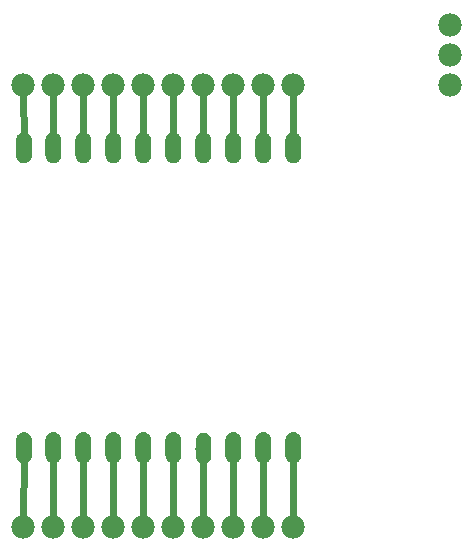
<source format=gbl>
G04 MADE WITH FRITZING*
G04 WWW.FRITZING.ORG*
G04 DOUBLE SIDED*
G04 HOLES PLATED*
G04 CONTOUR ON CENTER OF CONTOUR VECTOR*
%ASAXBY*%
%FSLAX23Y23*%
%MOIN*%
%OFA0B0*%
%SFA1.0B1.0*%
%ADD10C,0.052000*%
%ADD11C,0.078000*%
%ADD12C,0.024000*%
%ADD13R,0.001000X0.001000*%
%LNCOPPER0*%
G90*
G70*
G54D10*
X1919Y649D03*
X1819Y649D03*
X1719Y649D03*
X1620Y647D03*
X1519Y649D03*
X1419Y649D03*
X1319Y649D03*
X1219Y649D03*
X1119Y649D03*
X1021Y649D03*
X1919Y1649D03*
X1819Y1649D03*
X1719Y1649D03*
X1619Y1649D03*
X1519Y1649D03*
X1419Y1649D03*
X1319Y1649D03*
X1219Y1649D03*
X1119Y1649D03*
X1021Y1649D03*
G54D11*
X1019Y1861D03*
X1119Y1861D03*
X1219Y1861D03*
X1319Y1861D03*
X1419Y1861D03*
X1519Y1861D03*
X1619Y1861D03*
X1719Y1861D03*
X1819Y1861D03*
X1919Y1861D03*
X1019Y386D03*
X1119Y386D03*
X1219Y386D03*
X1319Y386D03*
X1419Y386D03*
X1519Y386D03*
X1619Y386D03*
X1719Y386D03*
X1819Y386D03*
X1919Y386D03*
X2444Y2061D03*
X2444Y1961D03*
X2444Y1861D03*
G54D12*
X1719Y1668D02*
X1719Y1842D01*
D02*
X1119Y1668D02*
X1119Y1842D01*
D02*
X1519Y1668D02*
X1519Y1842D01*
D02*
X1519Y630D02*
X1519Y405D01*
D02*
X1219Y1668D02*
X1219Y1842D01*
D02*
X1419Y1668D02*
X1419Y1842D01*
D02*
X1619Y1668D02*
X1619Y1842D01*
D02*
X1819Y1668D02*
X1819Y1842D01*
D02*
X1021Y1668D02*
X1020Y1842D01*
D02*
X1419Y630D02*
X1419Y405D01*
D02*
X1319Y1668D02*
X1319Y1842D01*
D02*
X1919Y1668D02*
X1919Y1842D01*
D02*
X1919Y630D02*
X1919Y405D01*
D02*
X1819Y630D02*
X1819Y405D01*
D02*
X1719Y630D02*
X1719Y405D01*
D02*
X1620Y628D02*
X1620Y405D01*
D02*
X1319Y630D02*
X1319Y405D01*
D02*
X1219Y630D02*
X1219Y405D01*
D02*
X1119Y630D02*
X1119Y405D01*
D02*
X1021Y630D02*
X1020Y405D01*
G54D13*
X1021Y1702D02*
X1023Y1702D01*
X1120Y1702D02*
X1120Y1702D01*
X1219Y1702D02*
X1221Y1702D01*
X1319Y1702D02*
X1321Y1702D01*
X1420Y1702D02*
X1420Y1702D01*
X1520Y1702D02*
X1520Y1702D01*
X1619Y1702D02*
X1621Y1702D01*
X1719Y1702D02*
X1721Y1702D01*
X1819Y1702D02*
X1821Y1702D01*
X1920Y1702D02*
X1920Y1702D01*
X1015Y1701D02*
X1029Y1701D01*
X1113Y1701D02*
X1127Y1701D01*
X1213Y1701D02*
X1227Y1701D01*
X1313Y1701D02*
X1327Y1701D01*
X1413Y1701D02*
X1426Y1701D01*
X1513Y1701D02*
X1526Y1701D01*
X1613Y1701D02*
X1627Y1701D01*
X1713Y1701D02*
X1727Y1701D01*
X1813Y1701D02*
X1827Y1701D01*
X1913Y1701D02*
X1926Y1701D01*
X1012Y1700D02*
X1031Y1700D01*
X1110Y1700D02*
X1129Y1700D01*
X1210Y1700D02*
X1229Y1700D01*
X1310Y1700D02*
X1329Y1700D01*
X1410Y1700D02*
X1429Y1700D01*
X1510Y1700D02*
X1529Y1700D01*
X1610Y1700D02*
X1629Y1700D01*
X1710Y1700D02*
X1729Y1700D01*
X1810Y1700D02*
X1829Y1700D01*
X1910Y1700D02*
X1929Y1700D01*
X1010Y1699D02*
X1033Y1699D01*
X1108Y1699D02*
X1131Y1699D01*
X1208Y1699D02*
X1231Y1699D01*
X1308Y1699D02*
X1331Y1699D01*
X1408Y1699D02*
X1431Y1699D01*
X1508Y1699D02*
X1531Y1699D01*
X1608Y1699D02*
X1631Y1699D01*
X1708Y1699D02*
X1731Y1699D01*
X1808Y1699D02*
X1831Y1699D01*
X1908Y1699D02*
X1931Y1699D01*
X1008Y1698D02*
X1035Y1698D01*
X1107Y1698D02*
X1133Y1698D01*
X1206Y1698D02*
X1233Y1698D01*
X1306Y1698D02*
X1333Y1698D01*
X1407Y1698D02*
X1433Y1698D01*
X1506Y1698D02*
X1533Y1698D01*
X1606Y1698D02*
X1633Y1698D01*
X1706Y1698D02*
X1733Y1698D01*
X1806Y1698D02*
X1833Y1698D01*
X1906Y1698D02*
X1933Y1698D01*
X1007Y1697D02*
X1037Y1697D01*
X1105Y1697D02*
X1135Y1697D01*
X1205Y1697D02*
X1235Y1697D01*
X1305Y1697D02*
X1335Y1697D01*
X1405Y1697D02*
X1435Y1697D01*
X1505Y1697D02*
X1535Y1697D01*
X1605Y1697D02*
X1635Y1697D01*
X1705Y1697D02*
X1735Y1697D01*
X1805Y1697D02*
X1835Y1697D01*
X1905Y1697D02*
X1934Y1697D01*
X1006Y1696D02*
X1038Y1696D01*
X1104Y1696D02*
X1136Y1696D01*
X1204Y1696D02*
X1236Y1696D01*
X1304Y1696D02*
X1336Y1696D01*
X1404Y1696D02*
X1436Y1696D01*
X1504Y1696D02*
X1536Y1696D01*
X1604Y1696D02*
X1636Y1696D01*
X1704Y1696D02*
X1736Y1696D01*
X1804Y1696D02*
X1836Y1696D01*
X1904Y1696D02*
X1936Y1696D01*
X1005Y1695D02*
X1039Y1695D01*
X1103Y1695D02*
X1137Y1695D01*
X1203Y1695D02*
X1237Y1695D01*
X1303Y1695D02*
X1337Y1695D01*
X1403Y1695D02*
X1437Y1695D01*
X1503Y1695D02*
X1537Y1695D01*
X1603Y1695D02*
X1637Y1695D01*
X1703Y1695D02*
X1737Y1695D01*
X1803Y1695D02*
X1837Y1695D01*
X1903Y1695D02*
X1937Y1695D01*
X1004Y1694D02*
X1040Y1694D01*
X1102Y1694D02*
X1138Y1694D01*
X1202Y1694D02*
X1238Y1694D01*
X1302Y1694D02*
X1338Y1694D01*
X1402Y1694D02*
X1438Y1694D01*
X1502Y1694D02*
X1538Y1694D01*
X1602Y1694D02*
X1638Y1694D01*
X1702Y1694D02*
X1738Y1694D01*
X1801Y1694D02*
X1838Y1694D01*
X1902Y1694D02*
X1938Y1694D01*
X1003Y1693D02*
X1041Y1693D01*
X1101Y1693D02*
X1139Y1693D01*
X1201Y1693D02*
X1239Y1693D01*
X1301Y1693D02*
X1339Y1693D01*
X1401Y1693D02*
X1439Y1693D01*
X1501Y1693D02*
X1539Y1693D01*
X1601Y1693D02*
X1639Y1693D01*
X1701Y1693D02*
X1739Y1693D01*
X1801Y1693D02*
X1839Y1693D01*
X1901Y1693D02*
X1939Y1693D01*
X1002Y1692D02*
X1042Y1692D01*
X1100Y1692D02*
X1140Y1692D01*
X1200Y1692D02*
X1240Y1692D01*
X1300Y1692D02*
X1340Y1692D01*
X1400Y1692D02*
X1440Y1692D01*
X1500Y1692D02*
X1540Y1692D01*
X1600Y1692D02*
X1640Y1692D01*
X1700Y1692D02*
X1740Y1692D01*
X1800Y1692D02*
X1840Y1692D01*
X1900Y1692D02*
X1940Y1692D01*
X1001Y1691D02*
X1043Y1691D01*
X1099Y1691D02*
X1141Y1691D01*
X1199Y1691D02*
X1241Y1691D01*
X1299Y1691D02*
X1341Y1691D01*
X1399Y1691D02*
X1440Y1691D01*
X1499Y1691D02*
X1540Y1691D01*
X1599Y1691D02*
X1641Y1691D01*
X1699Y1691D02*
X1740Y1691D01*
X1799Y1691D02*
X1840Y1691D01*
X1899Y1691D02*
X1940Y1691D01*
X1000Y1690D02*
X1043Y1690D01*
X1098Y1690D02*
X1141Y1690D01*
X1198Y1690D02*
X1241Y1690D01*
X1298Y1690D02*
X1341Y1690D01*
X1398Y1690D02*
X1441Y1690D01*
X1498Y1690D02*
X1541Y1690D01*
X1598Y1690D02*
X1641Y1690D01*
X1698Y1690D02*
X1741Y1690D01*
X1798Y1690D02*
X1841Y1690D01*
X1898Y1690D02*
X1941Y1690D01*
X1000Y1689D02*
X1044Y1689D01*
X1098Y1689D02*
X1142Y1689D01*
X1198Y1689D02*
X1242Y1689D01*
X1298Y1689D02*
X1342Y1689D01*
X1398Y1689D02*
X1442Y1689D01*
X1498Y1689D02*
X1542Y1689D01*
X1598Y1689D02*
X1642Y1689D01*
X1698Y1689D02*
X1742Y1689D01*
X1798Y1689D02*
X1842Y1689D01*
X1898Y1689D02*
X1942Y1689D01*
X999Y1688D02*
X1044Y1688D01*
X1097Y1688D02*
X1142Y1688D01*
X1197Y1688D02*
X1242Y1688D01*
X1297Y1688D02*
X1342Y1688D01*
X1397Y1688D02*
X1442Y1688D01*
X1497Y1688D02*
X1542Y1688D01*
X1597Y1688D02*
X1642Y1688D01*
X1697Y1688D02*
X1742Y1688D01*
X1797Y1688D02*
X1842Y1688D01*
X1897Y1688D02*
X1942Y1688D01*
X999Y1687D02*
X1045Y1687D01*
X1097Y1687D02*
X1143Y1687D01*
X1197Y1687D02*
X1243Y1687D01*
X1297Y1687D02*
X1343Y1687D01*
X1397Y1687D02*
X1443Y1687D01*
X1497Y1687D02*
X1543Y1687D01*
X1597Y1687D02*
X1643Y1687D01*
X1697Y1687D02*
X1743Y1687D01*
X1797Y1687D02*
X1843Y1687D01*
X1897Y1687D02*
X1943Y1687D01*
X998Y1686D02*
X1045Y1686D01*
X1096Y1686D02*
X1143Y1686D01*
X1196Y1686D02*
X1243Y1686D01*
X1296Y1686D02*
X1343Y1686D01*
X1396Y1686D02*
X1443Y1686D01*
X1496Y1686D02*
X1543Y1686D01*
X1596Y1686D02*
X1643Y1686D01*
X1696Y1686D02*
X1743Y1686D01*
X1796Y1686D02*
X1843Y1686D01*
X1896Y1686D02*
X1943Y1686D01*
X998Y1685D02*
X1046Y1685D01*
X1096Y1685D02*
X1144Y1685D01*
X1196Y1685D02*
X1244Y1685D01*
X1296Y1685D02*
X1344Y1685D01*
X1396Y1685D02*
X1444Y1685D01*
X1496Y1685D02*
X1544Y1685D01*
X1596Y1685D02*
X1644Y1685D01*
X1696Y1685D02*
X1744Y1685D01*
X1796Y1685D02*
X1844Y1685D01*
X1896Y1685D02*
X1944Y1685D01*
X998Y1684D02*
X1046Y1684D01*
X1096Y1684D02*
X1144Y1684D01*
X1196Y1684D02*
X1244Y1684D01*
X1296Y1684D02*
X1344Y1684D01*
X1396Y1684D02*
X1444Y1684D01*
X1496Y1684D02*
X1544Y1684D01*
X1596Y1684D02*
X1644Y1684D01*
X1696Y1684D02*
X1744Y1684D01*
X1796Y1684D02*
X1844Y1684D01*
X1896Y1684D02*
X1944Y1684D01*
X997Y1683D02*
X1046Y1683D01*
X1095Y1683D02*
X1144Y1683D01*
X1195Y1683D02*
X1244Y1683D01*
X1295Y1683D02*
X1344Y1683D01*
X1395Y1683D02*
X1444Y1683D01*
X1495Y1683D02*
X1544Y1683D01*
X1595Y1683D02*
X1644Y1683D01*
X1695Y1683D02*
X1744Y1683D01*
X1795Y1683D02*
X1844Y1683D01*
X1895Y1683D02*
X1944Y1683D01*
X997Y1682D02*
X1047Y1682D01*
X1095Y1682D02*
X1145Y1682D01*
X1195Y1682D02*
X1245Y1682D01*
X1295Y1682D02*
X1345Y1682D01*
X1395Y1682D02*
X1445Y1682D01*
X1495Y1682D02*
X1545Y1682D01*
X1595Y1682D02*
X1645Y1682D01*
X1695Y1682D02*
X1745Y1682D01*
X1795Y1682D02*
X1845Y1682D01*
X1895Y1682D02*
X1945Y1682D01*
X997Y1681D02*
X1047Y1681D01*
X1095Y1681D02*
X1145Y1681D01*
X1195Y1681D02*
X1245Y1681D01*
X1295Y1681D02*
X1345Y1681D01*
X1395Y1681D02*
X1445Y1681D01*
X1495Y1681D02*
X1545Y1681D01*
X1595Y1681D02*
X1645Y1681D01*
X1695Y1681D02*
X1745Y1681D01*
X1795Y1681D02*
X1845Y1681D01*
X1895Y1681D02*
X1945Y1681D01*
X997Y1680D02*
X1047Y1680D01*
X1095Y1680D02*
X1145Y1680D01*
X1195Y1680D02*
X1245Y1680D01*
X1295Y1680D02*
X1345Y1680D01*
X1395Y1680D02*
X1445Y1680D01*
X1495Y1680D02*
X1545Y1680D01*
X1595Y1680D02*
X1645Y1680D01*
X1695Y1680D02*
X1745Y1680D01*
X1795Y1680D02*
X1845Y1680D01*
X1895Y1680D02*
X1945Y1680D01*
X997Y1679D02*
X1047Y1679D01*
X1095Y1679D02*
X1145Y1679D01*
X1194Y1679D02*
X1245Y1679D01*
X1294Y1679D02*
X1345Y1679D01*
X1394Y1679D02*
X1445Y1679D01*
X1494Y1679D02*
X1545Y1679D01*
X1594Y1679D02*
X1645Y1679D01*
X1694Y1679D02*
X1745Y1679D01*
X1794Y1679D02*
X1845Y1679D01*
X1894Y1679D02*
X1945Y1679D01*
X996Y1678D02*
X1047Y1678D01*
X1094Y1678D02*
X1145Y1678D01*
X1194Y1678D02*
X1245Y1678D01*
X1294Y1678D02*
X1345Y1678D01*
X1394Y1678D02*
X1445Y1678D01*
X1494Y1678D02*
X1545Y1678D01*
X1594Y1678D02*
X1645Y1678D01*
X1694Y1678D02*
X1745Y1678D01*
X1794Y1678D02*
X1845Y1678D01*
X1894Y1678D02*
X1945Y1678D01*
X996Y1677D02*
X1047Y1677D01*
X1094Y1677D02*
X1145Y1677D01*
X1194Y1677D02*
X1245Y1677D01*
X1294Y1677D02*
X1345Y1677D01*
X1394Y1677D02*
X1445Y1677D01*
X1494Y1677D02*
X1545Y1677D01*
X1594Y1677D02*
X1645Y1677D01*
X1694Y1677D02*
X1745Y1677D01*
X1794Y1677D02*
X1845Y1677D01*
X1894Y1677D02*
X1945Y1677D01*
X996Y1676D02*
X1047Y1676D01*
X1094Y1676D02*
X1145Y1676D01*
X1194Y1676D02*
X1245Y1676D01*
X1294Y1676D02*
X1345Y1676D01*
X1394Y1676D02*
X1445Y1676D01*
X1494Y1676D02*
X1545Y1676D01*
X1594Y1676D02*
X1645Y1676D01*
X1694Y1676D02*
X1745Y1676D01*
X1794Y1676D02*
X1845Y1676D01*
X1894Y1676D02*
X1945Y1676D01*
X996Y1675D02*
X1047Y1675D01*
X1094Y1675D02*
X1145Y1675D01*
X1194Y1675D02*
X1245Y1675D01*
X1294Y1675D02*
X1345Y1675D01*
X1394Y1675D02*
X1445Y1675D01*
X1494Y1675D02*
X1545Y1675D01*
X1594Y1675D02*
X1645Y1675D01*
X1694Y1675D02*
X1745Y1675D01*
X1794Y1675D02*
X1845Y1675D01*
X1894Y1675D02*
X1945Y1675D01*
X996Y1674D02*
X1047Y1674D01*
X1094Y1674D02*
X1145Y1674D01*
X1194Y1674D02*
X1245Y1674D01*
X1294Y1674D02*
X1345Y1674D01*
X1394Y1674D02*
X1445Y1674D01*
X1494Y1674D02*
X1545Y1674D01*
X1594Y1674D02*
X1645Y1674D01*
X1694Y1674D02*
X1745Y1674D01*
X1794Y1674D02*
X1845Y1674D01*
X1894Y1674D02*
X1945Y1674D01*
X996Y1673D02*
X1047Y1673D01*
X1094Y1673D02*
X1145Y1673D01*
X1194Y1673D02*
X1245Y1673D01*
X1294Y1673D02*
X1345Y1673D01*
X1394Y1673D02*
X1445Y1673D01*
X1494Y1673D02*
X1545Y1673D01*
X1594Y1673D02*
X1645Y1673D01*
X1694Y1673D02*
X1745Y1673D01*
X1794Y1673D02*
X1845Y1673D01*
X1894Y1673D02*
X1945Y1673D01*
X996Y1672D02*
X1047Y1672D01*
X1094Y1672D02*
X1145Y1672D01*
X1194Y1672D02*
X1245Y1672D01*
X1294Y1672D02*
X1345Y1672D01*
X1394Y1672D02*
X1445Y1672D01*
X1494Y1672D02*
X1545Y1672D01*
X1594Y1672D02*
X1645Y1672D01*
X1694Y1672D02*
X1745Y1672D01*
X1794Y1672D02*
X1845Y1672D01*
X1894Y1672D02*
X1945Y1672D01*
X996Y1671D02*
X1047Y1671D01*
X1094Y1671D02*
X1145Y1671D01*
X1194Y1671D02*
X1245Y1671D01*
X1294Y1671D02*
X1345Y1671D01*
X1394Y1671D02*
X1445Y1671D01*
X1494Y1671D02*
X1545Y1671D01*
X1594Y1671D02*
X1645Y1671D01*
X1694Y1671D02*
X1745Y1671D01*
X1794Y1671D02*
X1845Y1671D01*
X1894Y1671D02*
X1945Y1671D01*
X996Y1670D02*
X1047Y1670D01*
X1094Y1670D02*
X1145Y1670D01*
X1194Y1670D02*
X1245Y1670D01*
X1294Y1670D02*
X1345Y1670D01*
X1394Y1670D02*
X1445Y1670D01*
X1494Y1670D02*
X1545Y1670D01*
X1594Y1670D02*
X1645Y1670D01*
X1694Y1670D02*
X1745Y1670D01*
X1794Y1670D02*
X1845Y1670D01*
X1894Y1670D02*
X1945Y1670D01*
X996Y1669D02*
X1047Y1669D01*
X1094Y1669D02*
X1145Y1669D01*
X1194Y1669D02*
X1245Y1669D01*
X1294Y1669D02*
X1345Y1669D01*
X1394Y1669D02*
X1445Y1669D01*
X1494Y1669D02*
X1545Y1669D01*
X1594Y1669D02*
X1645Y1669D01*
X1694Y1669D02*
X1745Y1669D01*
X1794Y1669D02*
X1845Y1669D01*
X1894Y1669D02*
X1945Y1669D01*
X996Y1668D02*
X1047Y1668D01*
X1094Y1668D02*
X1145Y1668D01*
X1194Y1668D02*
X1245Y1668D01*
X1294Y1668D02*
X1345Y1668D01*
X1394Y1668D02*
X1445Y1668D01*
X1494Y1668D02*
X1545Y1668D01*
X1594Y1668D02*
X1645Y1668D01*
X1694Y1668D02*
X1745Y1668D01*
X1794Y1668D02*
X1845Y1668D01*
X1894Y1668D02*
X1945Y1668D01*
X996Y1667D02*
X1047Y1667D01*
X1094Y1667D02*
X1145Y1667D01*
X1194Y1667D02*
X1245Y1667D01*
X1294Y1667D02*
X1345Y1667D01*
X1394Y1667D02*
X1445Y1667D01*
X1494Y1667D02*
X1545Y1667D01*
X1594Y1667D02*
X1645Y1667D01*
X1694Y1667D02*
X1745Y1667D01*
X1794Y1667D02*
X1845Y1667D01*
X1894Y1667D02*
X1945Y1667D01*
X996Y1666D02*
X1016Y1666D01*
X1027Y1666D02*
X1047Y1666D01*
X1094Y1666D02*
X1114Y1666D01*
X1125Y1666D02*
X1145Y1666D01*
X1194Y1666D02*
X1214Y1666D01*
X1225Y1666D02*
X1245Y1666D01*
X1294Y1666D02*
X1314Y1666D01*
X1325Y1666D02*
X1345Y1666D01*
X1394Y1666D02*
X1414Y1666D01*
X1425Y1666D02*
X1445Y1666D01*
X1494Y1666D02*
X1514Y1666D01*
X1525Y1666D02*
X1545Y1666D01*
X1594Y1666D02*
X1614Y1666D01*
X1625Y1666D02*
X1645Y1666D01*
X1694Y1666D02*
X1714Y1666D01*
X1725Y1666D02*
X1745Y1666D01*
X1794Y1666D02*
X1814Y1666D01*
X1825Y1666D02*
X1845Y1666D01*
X1894Y1666D02*
X1914Y1666D01*
X1925Y1666D02*
X1945Y1666D01*
X996Y1665D02*
X1014Y1665D01*
X1030Y1665D02*
X1047Y1665D01*
X1094Y1665D02*
X1112Y1665D01*
X1128Y1665D02*
X1145Y1665D01*
X1194Y1665D02*
X1212Y1665D01*
X1228Y1665D02*
X1245Y1665D01*
X1294Y1665D02*
X1312Y1665D01*
X1328Y1665D02*
X1345Y1665D01*
X1394Y1665D02*
X1412Y1665D01*
X1427Y1665D02*
X1445Y1665D01*
X1494Y1665D02*
X1512Y1665D01*
X1527Y1665D02*
X1545Y1665D01*
X1594Y1665D02*
X1612Y1665D01*
X1628Y1665D02*
X1645Y1665D01*
X1694Y1665D02*
X1712Y1665D01*
X1728Y1665D02*
X1745Y1665D01*
X1794Y1665D02*
X1812Y1665D01*
X1827Y1665D02*
X1845Y1665D01*
X1894Y1665D02*
X1912Y1665D01*
X1927Y1665D02*
X1945Y1665D01*
X996Y1664D02*
X1012Y1664D01*
X1031Y1664D02*
X1047Y1664D01*
X1094Y1664D02*
X1110Y1664D01*
X1129Y1664D02*
X1145Y1664D01*
X1194Y1664D02*
X1210Y1664D01*
X1229Y1664D02*
X1245Y1664D01*
X1294Y1664D02*
X1310Y1664D01*
X1329Y1664D02*
X1345Y1664D01*
X1394Y1664D02*
X1410Y1664D01*
X1429Y1664D02*
X1445Y1664D01*
X1494Y1664D02*
X1510Y1664D01*
X1529Y1664D02*
X1545Y1664D01*
X1594Y1664D02*
X1610Y1664D01*
X1629Y1664D02*
X1645Y1664D01*
X1694Y1664D02*
X1710Y1664D01*
X1729Y1664D02*
X1745Y1664D01*
X1794Y1664D02*
X1810Y1664D01*
X1829Y1664D02*
X1845Y1664D01*
X1894Y1664D02*
X1910Y1664D01*
X1929Y1664D02*
X1945Y1664D01*
X996Y1663D02*
X1011Y1663D01*
X1033Y1663D02*
X1047Y1663D01*
X1094Y1663D02*
X1109Y1663D01*
X1131Y1663D02*
X1145Y1663D01*
X1194Y1663D02*
X1209Y1663D01*
X1231Y1663D02*
X1245Y1663D01*
X1294Y1663D02*
X1309Y1663D01*
X1331Y1663D02*
X1345Y1663D01*
X1394Y1663D02*
X1409Y1663D01*
X1430Y1663D02*
X1445Y1663D01*
X1494Y1663D02*
X1509Y1663D01*
X1530Y1663D02*
X1545Y1663D01*
X1594Y1663D02*
X1609Y1663D01*
X1631Y1663D02*
X1645Y1663D01*
X1694Y1663D02*
X1709Y1663D01*
X1730Y1663D02*
X1745Y1663D01*
X1794Y1663D02*
X1809Y1663D01*
X1830Y1663D02*
X1845Y1663D01*
X1894Y1663D02*
X1909Y1663D01*
X1930Y1663D02*
X1945Y1663D01*
X996Y1662D02*
X1010Y1662D01*
X1034Y1662D02*
X1047Y1662D01*
X1094Y1662D02*
X1108Y1662D01*
X1132Y1662D02*
X1145Y1662D01*
X1194Y1662D02*
X1208Y1662D01*
X1232Y1662D02*
X1245Y1662D01*
X1294Y1662D02*
X1308Y1662D01*
X1332Y1662D02*
X1345Y1662D01*
X1394Y1662D02*
X1408Y1662D01*
X1432Y1662D02*
X1445Y1662D01*
X1494Y1662D02*
X1508Y1662D01*
X1532Y1662D02*
X1545Y1662D01*
X1594Y1662D02*
X1608Y1662D01*
X1632Y1662D02*
X1645Y1662D01*
X1694Y1662D02*
X1708Y1662D01*
X1732Y1662D02*
X1745Y1662D01*
X1794Y1662D02*
X1808Y1662D01*
X1832Y1662D02*
X1845Y1662D01*
X1894Y1662D02*
X1908Y1662D01*
X1932Y1662D02*
X1945Y1662D01*
X996Y1661D02*
X1009Y1661D01*
X1035Y1661D02*
X1047Y1661D01*
X1094Y1661D02*
X1107Y1661D01*
X1133Y1661D02*
X1145Y1661D01*
X1194Y1661D02*
X1207Y1661D01*
X1233Y1661D02*
X1245Y1661D01*
X1294Y1661D02*
X1307Y1661D01*
X1333Y1661D02*
X1345Y1661D01*
X1394Y1661D02*
X1407Y1661D01*
X1432Y1661D02*
X1445Y1661D01*
X1494Y1661D02*
X1507Y1661D01*
X1532Y1661D02*
X1545Y1661D01*
X1594Y1661D02*
X1607Y1661D01*
X1632Y1661D02*
X1645Y1661D01*
X1694Y1661D02*
X1707Y1661D01*
X1732Y1661D02*
X1745Y1661D01*
X1794Y1661D02*
X1807Y1661D01*
X1832Y1661D02*
X1845Y1661D01*
X1894Y1661D02*
X1907Y1661D01*
X1932Y1661D02*
X1945Y1661D01*
X996Y1660D02*
X1008Y1660D01*
X1035Y1660D02*
X1047Y1660D01*
X1094Y1660D02*
X1106Y1660D01*
X1133Y1660D02*
X1145Y1660D01*
X1194Y1660D02*
X1206Y1660D01*
X1233Y1660D02*
X1245Y1660D01*
X1294Y1660D02*
X1306Y1660D01*
X1333Y1660D02*
X1345Y1660D01*
X1394Y1660D02*
X1406Y1660D01*
X1433Y1660D02*
X1445Y1660D01*
X1494Y1660D02*
X1506Y1660D01*
X1533Y1660D02*
X1545Y1660D01*
X1594Y1660D02*
X1606Y1660D01*
X1633Y1660D02*
X1645Y1660D01*
X1694Y1660D02*
X1706Y1660D01*
X1733Y1660D02*
X1745Y1660D01*
X1794Y1660D02*
X1806Y1660D01*
X1833Y1660D02*
X1845Y1660D01*
X1894Y1660D02*
X1906Y1660D01*
X1933Y1660D02*
X1945Y1660D01*
X996Y1659D02*
X1008Y1659D01*
X1036Y1659D02*
X1047Y1659D01*
X1094Y1659D02*
X1106Y1659D01*
X1134Y1659D02*
X1145Y1659D01*
X1194Y1659D02*
X1206Y1659D01*
X1234Y1659D02*
X1245Y1659D01*
X1294Y1659D02*
X1306Y1659D01*
X1334Y1659D02*
X1345Y1659D01*
X1394Y1659D02*
X1406Y1659D01*
X1434Y1659D02*
X1445Y1659D01*
X1494Y1659D02*
X1506Y1659D01*
X1534Y1659D02*
X1545Y1659D01*
X1594Y1659D02*
X1606Y1659D01*
X1634Y1659D02*
X1645Y1659D01*
X1694Y1659D02*
X1706Y1659D01*
X1734Y1659D02*
X1745Y1659D01*
X1794Y1659D02*
X1806Y1659D01*
X1834Y1659D02*
X1845Y1659D01*
X1894Y1659D02*
X1906Y1659D01*
X1934Y1659D02*
X1945Y1659D01*
X996Y1658D02*
X1007Y1658D01*
X1037Y1658D02*
X1047Y1658D01*
X1094Y1658D02*
X1105Y1658D01*
X1134Y1658D02*
X1145Y1658D01*
X1194Y1658D02*
X1205Y1658D01*
X1234Y1658D02*
X1245Y1658D01*
X1294Y1658D02*
X1305Y1658D01*
X1334Y1658D02*
X1345Y1658D01*
X1394Y1658D02*
X1405Y1658D01*
X1434Y1658D02*
X1445Y1658D01*
X1494Y1658D02*
X1505Y1658D01*
X1534Y1658D02*
X1545Y1658D01*
X1594Y1658D02*
X1605Y1658D01*
X1634Y1658D02*
X1645Y1658D01*
X1694Y1658D02*
X1705Y1658D01*
X1734Y1658D02*
X1745Y1658D01*
X1794Y1658D02*
X1805Y1658D01*
X1834Y1658D02*
X1845Y1658D01*
X1894Y1658D02*
X1905Y1658D01*
X1934Y1658D02*
X1945Y1658D01*
X996Y1657D02*
X1007Y1657D01*
X1037Y1657D02*
X1047Y1657D01*
X1094Y1657D02*
X1105Y1657D01*
X1135Y1657D02*
X1145Y1657D01*
X1194Y1657D02*
X1205Y1657D01*
X1235Y1657D02*
X1245Y1657D01*
X1294Y1657D02*
X1305Y1657D01*
X1335Y1657D02*
X1345Y1657D01*
X1394Y1657D02*
X1405Y1657D01*
X1435Y1657D02*
X1445Y1657D01*
X1494Y1657D02*
X1505Y1657D01*
X1535Y1657D02*
X1545Y1657D01*
X1594Y1657D02*
X1604Y1657D01*
X1635Y1657D02*
X1645Y1657D01*
X1694Y1657D02*
X1704Y1657D01*
X1735Y1657D02*
X1745Y1657D01*
X1794Y1657D02*
X1804Y1657D01*
X1835Y1657D02*
X1845Y1657D01*
X1894Y1657D02*
X1904Y1657D01*
X1935Y1657D02*
X1945Y1657D01*
X996Y1656D02*
X1006Y1656D01*
X1037Y1656D02*
X1047Y1656D01*
X1094Y1656D02*
X1104Y1656D01*
X1135Y1656D02*
X1145Y1656D01*
X1194Y1656D02*
X1204Y1656D01*
X1235Y1656D02*
X1245Y1656D01*
X1294Y1656D02*
X1304Y1656D01*
X1335Y1656D02*
X1345Y1656D01*
X1394Y1656D02*
X1404Y1656D01*
X1435Y1656D02*
X1445Y1656D01*
X1494Y1656D02*
X1504Y1656D01*
X1535Y1656D02*
X1545Y1656D01*
X1594Y1656D02*
X1604Y1656D01*
X1635Y1656D02*
X1645Y1656D01*
X1694Y1656D02*
X1704Y1656D01*
X1735Y1656D02*
X1745Y1656D01*
X1794Y1656D02*
X1804Y1656D01*
X1835Y1656D02*
X1845Y1656D01*
X1894Y1656D02*
X1904Y1656D01*
X1935Y1656D02*
X1945Y1656D01*
X996Y1655D02*
X1006Y1655D01*
X1038Y1655D02*
X1047Y1655D01*
X1094Y1655D02*
X1104Y1655D01*
X1136Y1655D02*
X1145Y1655D01*
X1194Y1655D02*
X1204Y1655D01*
X1236Y1655D02*
X1245Y1655D01*
X1294Y1655D02*
X1304Y1655D01*
X1336Y1655D02*
X1345Y1655D01*
X1394Y1655D02*
X1404Y1655D01*
X1436Y1655D02*
X1445Y1655D01*
X1494Y1655D02*
X1504Y1655D01*
X1536Y1655D02*
X1545Y1655D01*
X1594Y1655D02*
X1604Y1655D01*
X1636Y1655D02*
X1645Y1655D01*
X1694Y1655D02*
X1704Y1655D01*
X1736Y1655D02*
X1745Y1655D01*
X1794Y1655D02*
X1804Y1655D01*
X1836Y1655D02*
X1845Y1655D01*
X1894Y1655D02*
X1904Y1655D01*
X1936Y1655D02*
X1945Y1655D01*
X996Y1654D02*
X1006Y1654D01*
X1038Y1654D02*
X1047Y1654D01*
X1094Y1654D02*
X1104Y1654D01*
X1136Y1654D02*
X1145Y1654D01*
X1194Y1654D02*
X1204Y1654D01*
X1236Y1654D02*
X1245Y1654D01*
X1294Y1654D02*
X1304Y1654D01*
X1336Y1654D02*
X1345Y1654D01*
X1394Y1654D02*
X1404Y1654D01*
X1436Y1654D02*
X1445Y1654D01*
X1494Y1654D02*
X1504Y1654D01*
X1536Y1654D02*
X1545Y1654D01*
X1594Y1654D02*
X1604Y1654D01*
X1636Y1654D02*
X1645Y1654D01*
X1694Y1654D02*
X1704Y1654D01*
X1736Y1654D02*
X1745Y1654D01*
X1794Y1654D02*
X1804Y1654D01*
X1836Y1654D02*
X1845Y1654D01*
X1894Y1654D02*
X1904Y1654D01*
X1936Y1654D02*
X1945Y1654D01*
X996Y1653D02*
X1006Y1653D01*
X1038Y1653D02*
X1047Y1653D01*
X1094Y1653D02*
X1104Y1653D01*
X1136Y1653D02*
X1145Y1653D01*
X1194Y1653D02*
X1203Y1653D01*
X1236Y1653D02*
X1245Y1653D01*
X1294Y1653D02*
X1303Y1653D01*
X1336Y1653D02*
X1345Y1653D01*
X1394Y1653D02*
X1403Y1653D01*
X1436Y1653D02*
X1445Y1653D01*
X1494Y1653D02*
X1503Y1653D01*
X1536Y1653D02*
X1545Y1653D01*
X1594Y1653D02*
X1603Y1653D01*
X1636Y1653D02*
X1645Y1653D01*
X1694Y1653D02*
X1703Y1653D01*
X1736Y1653D02*
X1745Y1653D01*
X1794Y1653D02*
X1803Y1653D01*
X1836Y1653D02*
X1845Y1653D01*
X1894Y1653D02*
X1903Y1653D01*
X1936Y1653D02*
X1945Y1653D01*
X996Y1652D02*
X1005Y1652D01*
X1038Y1652D02*
X1047Y1652D01*
X1094Y1652D02*
X1103Y1652D01*
X1136Y1652D02*
X1145Y1652D01*
X1194Y1652D02*
X1203Y1652D01*
X1236Y1652D02*
X1245Y1652D01*
X1294Y1652D02*
X1303Y1652D01*
X1336Y1652D02*
X1345Y1652D01*
X1394Y1652D02*
X1403Y1652D01*
X1436Y1652D02*
X1445Y1652D01*
X1494Y1652D02*
X1503Y1652D01*
X1536Y1652D02*
X1545Y1652D01*
X1594Y1652D02*
X1603Y1652D01*
X1636Y1652D02*
X1645Y1652D01*
X1694Y1652D02*
X1703Y1652D01*
X1736Y1652D02*
X1745Y1652D01*
X1794Y1652D02*
X1803Y1652D01*
X1836Y1652D02*
X1845Y1652D01*
X1894Y1652D02*
X1903Y1652D01*
X1936Y1652D02*
X1945Y1652D01*
X996Y1651D02*
X1005Y1651D01*
X1038Y1651D02*
X1047Y1651D01*
X1094Y1651D02*
X1103Y1651D01*
X1136Y1651D02*
X1145Y1651D01*
X1194Y1651D02*
X1203Y1651D01*
X1236Y1651D02*
X1245Y1651D01*
X1294Y1651D02*
X1303Y1651D01*
X1336Y1651D02*
X1345Y1651D01*
X1394Y1651D02*
X1403Y1651D01*
X1436Y1651D02*
X1445Y1651D01*
X1494Y1651D02*
X1503Y1651D01*
X1536Y1651D02*
X1545Y1651D01*
X1594Y1651D02*
X1603Y1651D01*
X1636Y1651D02*
X1645Y1651D01*
X1694Y1651D02*
X1703Y1651D01*
X1736Y1651D02*
X1745Y1651D01*
X1794Y1651D02*
X1803Y1651D01*
X1836Y1651D02*
X1845Y1651D01*
X1894Y1651D02*
X1903Y1651D01*
X1936Y1651D02*
X1945Y1651D01*
X996Y1650D02*
X1005Y1650D01*
X1038Y1650D02*
X1047Y1650D01*
X1094Y1650D02*
X1103Y1650D01*
X1136Y1650D02*
X1145Y1650D01*
X1194Y1650D02*
X1203Y1650D01*
X1236Y1650D02*
X1245Y1650D01*
X1294Y1650D02*
X1303Y1650D01*
X1336Y1650D02*
X1345Y1650D01*
X1394Y1650D02*
X1403Y1650D01*
X1436Y1650D02*
X1445Y1650D01*
X1494Y1650D02*
X1503Y1650D01*
X1536Y1650D02*
X1545Y1650D01*
X1594Y1650D02*
X1603Y1650D01*
X1636Y1650D02*
X1645Y1650D01*
X1694Y1650D02*
X1703Y1650D01*
X1736Y1650D02*
X1745Y1650D01*
X1794Y1650D02*
X1803Y1650D01*
X1836Y1650D02*
X1845Y1650D01*
X1894Y1650D02*
X1903Y1650D01*
X1936Y1650D02*
X1945Y1650D01*
X996Y1649D02*
X1005Y1649D01*
X1038Y1649D02*
X1047Y1649D01*
X1094Y1649D02*
X1103Y1649D01*
X1136Y1649D02*
X1145Y1649D01*
X1194Y1649D02*
X1203Y1649D01*
X1236Y1649D02*
X1245Y1649D01*
X1294Y1649D02*
X1303Y1649D01*
X1336Y1649D02*
X1345Y1649D01*
X1394Y1649D02*
X1403Y1649D01*
X1436Y1649D02*
X1445Y1649D01*
X1494Y1649D02*
X1503Y1649D01*
X1536Y1649D02*
X1545Y1649D01*
X1594Y1649D02*
X1603Y1649D01*
X1636Y1649D02*
X1645Y1649D01*
X1694Y1649D02*
X1703Y1649D01*
X1736Y1649D02*
X1745Y1649D01*
X1794Y1649D02*
X1803Y1649D01*
X1836Y1649D02*
X1845Y1649D01*
X1894Y1649D02*
X1903Y1649D01*
X1936Y1649D02*
X1945Y1649D01*
X996Y1648D02*
X1006Y1648D01*
X1038Y1648D02*
X1047Y1648D01*
X1094Y1648D02*
X1104Y1648D01*
X1136Y1648D02*
X1145Y1648D01*
X1194Y1648D02*
X1204Y1648D01*
X1236Y1648D02*
X1245Y1648D01*
X1294Y1648D02*
X1304Y1648D01*
X1336Y1648D02*
X1345Y1648D01*
X1394Y1648D02*
X1404Y1648D01*
X1436Y1648D02*
X1445Y1648D01*
X1494Y1648D02*
X1504Y1648D01*
X1536Y1648D02*
X1545Y1648D01*
X1594Y1648D02*
X1604Y1648D01*
X1636Y1648D02*
X1645Y1648D01*
X1694Y1648D02*
X1704Y1648D01*
X1736Y1648D02*
X1745Y1648D01*
X1794Y1648D02*
X1803Y1648D01*
X1836Y1648D02*
X1845Y1648D01*
X1894Y1648D02*
X1903Y1648D01*
X1936Y1648D02*
X1945Y1648D01*
X996Y1647D02*
X1006Y1647D01*
X1038Y1647D02*
X1047Y1647D01*
X1094Y1647D02*
X1104Y1647D01*
X1136Y1647D02*
X1145Y1647D01*
X1194Y1647D02*
X1204Y1647D01*
X1236Y1647D02*
X1245Y1647D01*
X1294Y1647D02*
X1304Y1647D01*
X1336Y1647D02*
X1345Y1647D01*
X1394Y1647D02*
X1404Y1647D01*
X1436Y1647D02*
X1445Y1647D01*
X1494Y1647D02*
X1504Y1647D01*
X1536Y1647D02*
X1545Y1647D01*
X1594Y1647D02*
X1604Y1647D01*
X1636Y1647D02*
X1645Y1647D01*
X1694Y1647D02*
X1704Y1647D01*
X1736Y1647D02*
X1745Y1647D01*
X1794Y1647D02*
X1804Y1647D01*
X1836Y1647D02*
X1845Y1647D01*
X1894Y1647D02*
X1904Y1647D01*
X1936Y1647D02*
X1945Y1647D01*
X996Y1646D02*
X1006Y1646D01*
X1037Y1646D02*
X1047Y1646D01*
X1094Y1646D02*
X1104Y1646D01*
X1135Y1646D02*
X1145Y1646D01*
X1194Y1646D02*
X1204Y1646D01*
X1235Y1646D02*
X1245Y1646D01*
X1294Y1646D02*
X1304Y1646D01*
X1335Y1646D02*
X1345Y1646D01*
X1394Y1646D02*
X1404Y1646D01*
X1435Y1646D02*
X1445Y1646D01*
X1494Y1646D02*
X1504Y1646D01*
X1535Y1646D02*
X1545Y1646D01*
X1594Y1646D02*
X1604Y1646D01*
X1635Y1646D02*
X1645Y1646D01*
X1694Y1646D02*
X1704Y1646D01*
X1735Y1646D02*
X1745Y1646D01*
X1794Y1646D02*
X1804Y1646D01*
X1835Y1646D02*
X1845Y1646D01*
X1894Y1646D02*
X1904Y1646D01*
X1935Y1646D02*
X1945Y1646D01*
X996Y1645D02*
X1006Y1645D01*
X1037Y1645D02*
X1047Y1645D01*
X1094Y1645D02*
X1104Y1645D01*
X1135Y1645D02*
X1145Y1645D01*
X1194Y1645D02*
X1204Y1645D01*
X1235Y1645D02*
X1245Y1645D01*
X1294Y1645D02*
X1304Y1645D01*
X1335Y1645D02*
X1345Y1645D01*
X1394Y1645D02*
X1404Y1645D01*
X1435Y1645D02*
X1445Y1645D01*
X1494Y1645D02*
X1504Y1645D01*
X1535Y1645D02*
X1545Y1645D01*
X1594Y1645D02*
X1604Y1645D01*
X1635Y1645D02*
X1645Y1645D01*
X1694Y1645D02*
X1704Y1645D01*
X1735Y1645D02*
X1745Y1645D01*
X1794Y1645D02*
X1804Y1645D01*
X1835Y1645D02*
X1845Y1645D01*
X1894Y1645D02*
X1904Y1645D01*
X1935Y1645D02*
X1945Y1645D01*
X996Y1644D02*
X1007Y1644D01*
X1037Y1644D02*
X1047Y1644D01*
X1094Y1644D02*
X1105Y1644D01*
X1135Y1644D02*
X1145Y1644D01*
X1194Y1644D02*
X1205Y1644D01*
X1235Y1644D02*
X1245Y1644D01*
X1294Y1644D02*
X1305Y1644D01*
X1335Y1644D02*
X1345Y1644D01*
X1394Y1644D02*
X1405Y1644D01*
X1435Y1644D02*
X1445Y1644D01*
X1494Y1644D02*
X1505Y1644D01*
X1535Y1644D02*
X1545Y1644D01*
X1594Y1644D02*
X1605Y1644D01*
X1635Y1644D02*
X1645Y1644D01*
X1694Y1644D02*
X1705Y1644D01*
X1735Y1644D02*
X1745Y1644D01*
X1794Y1644D02*
X1805Y1644D01*
X1835Y1644D02*
X1845Y1644D01*
X1894Y1644D02*
X1905Y1644D01*
X1935Y1644D02*
X1945Y1644D01*
X996Y1643D02*
X1007Y1643D01*
X1036Y1643D02*
X1047Y1643D01*
X1094Y1643D02*
X1105Y1643D01*
X1134Y1643D02*
X1145Y1643D01*
X1194Y1643D02*
X1205Y1643D01*
X1234Y1643D02*
X1245Y1643D01*
X1294Y1643D02*
X1305Y1643D01*
X1334Y1643D02*
X1345Y1643D01*
X1394Y1643D02*
X1405Y1643D01*
X1434Y1643D02*
X1445Y1643D01*
X1494Y1643D02*
X1505Y1643D01*
X1534Y1643D02*
X1545Y1643D01*
X1594Y1643D02*
X1605Y1643D01*
X1634Y1643D02*
X1645Y1643D01*
X1694Y1643D02*
X1705Y1643D01*
X1734Y1643D02*
X1745Y1643D01*
X1794Y1643D02*
X1805Y1643D01*
X1834Y1643D02*
X1845Y1643D01*
X1894Y1643D02*
X1905Y1643D01*
X1934Y1643D02*
X1945Y1643D01*
X996Y1642D02*
X1008Y1642D01*
X1036Y1642D02*
X1047Y1642D01*
X1094Y1642D02*
X1106Y1642D01*
X1134Y1642D02*
X1145Y1642D01*
X1194Y1642D02*
X1206Y1642D01*
X1234Y1642D02*
X1245Y1642D01*
X1294Y1642D02*
X1306Y1642D01*
X1334Y1642D02*
X1345Y1642D01*
X1394Y1642D02*
X1406Y1642D01*
X1434Y1642D02*
X1445Y1642D01*
X1494Y1642D02*
X1506Y1642D01*
X1534Y1642D02*
X1545Y1642D01*
X1594Y1642D02*
X1606Y1642D01*
X1634Y1642D02*
X1645Y1642D01*
X1694Y1642D02*
X1706Y1642D01*
X1733Y1642D02*
X1745Y1642D01*
X1794Y1642D02*
X1806Y1642D01*
X1833Y1642D02*
X1845Y1642D01*
X1894Y1642D02*
X1906Y1642D01*
X1933Y1642D02*
X1945Y1642D01*
X996Y1641D02*
X1009Y1641D01*
X1035Y1641D02*
X1047Y1641D01*
X1094Y1641D02*
X1107Y1641D01*
X1133Y1641D02*
X1145Y1641D01*
X1194Y1641D02*
X1207Y1641D01*
X1233Y1641D02*
X1245Y1641D01*
X1294Y1641D02*
X1307Y1641D01*
X1333Y1641D02*
X1345Y1641D01*
X1394Y1641D02*
X1407Y1641D01*
X1433Y1641D02*
X1445Y1641D01*
X1494Y1641D02*
X1507Y1641D01*
X1533Y1641D02*
X1545Y1641D01*
X1594Y1641D02*
X1607Y1641D01*
X1633Y1641D02*
X1645Y1641D01*
X1694Y1641D02*
X1707Y1641D01*
X1733Y1641D02*
X1745Y1641D01*
X1794Y1641D02*
X1807Y1641D01*
X1833Y1641D02*
X1845Y1641D01*
X1894Y1641D02*
X1907Y1641D01*
X1933Y1641D02*
X1945Y1641D01*
X996Y1640D02*
X1010Y1640D01*
X1034Y1640D02*
X1047Y1640D01*
X1094Y1640D02*
X1108Y1640D01*
X1132Y1640D02*
X1145Y1640D01*
X1194Y1640D02*
X1208Y1640D01*
X1232Y1640D02*
X1245Y1640D01*
X1294Y1640D02*
X1308Y1640D01*
X1332Y1640D02*
X1345Y1640D01*
X1394Y1640D02*
X1408Y1640D01*
X1432Y1640D02*
X1445Y1640D01*
X1494Y1640D02*
X1508Y1640D01*
X1532Y1640D02*
X1545Y1640D01*
X1594Y1640D02*
X1608Y1640D01*
X1632Y1640D02*
X1645Y1640D01*
X1694Y1640D02*
X1708Y1640D01*
X1732Y1640D02*
X1745Y1640D01*
X1794Y1640D02*
X1808Y1640D01*
X1832Y1640D02*
X1845Y1640D01*
X1894Y1640D02*
X1907Y1640D01*
X1932Y1640D02*
X1945Y1640D01*
X996Y1639D02*
X1011Y1639D01*
X1033Y1639D02*
X1047Y1639D01*
X1094Y1639D02*
X1109Y1639D01*
X1131Y1639D02*
X1145Y1639D01*
X1194Y1639D02*
X1209Y1639D01*
X1231Y1639D02*
X1245Y1639D01*
X1294Y1639D02*
X1309Y1639D01*
X1331Y1639D02*
X1345Y1639D01*
X1394Y1639D02*
X1409Y1639D01*
X1431Y1639D02*
X1445Y1639D01*
X1494Y1639D02*
X1509Y1639D01*
X1531Y1639D02*
X1545Y1639D01*
X1594Y1639D02*
X1609Y1639D01*
X1631Y1639D02*
X1645Y1639D01*
X1694Y1639D02*
X1709Y1639D01*
X1731Y1639D02*
X1745Y1639D01*
X1794Y1639D02*
X1809Y1639D01*
X1831Y1639D02*
X1845Y1639D01*
X1894Y1639D02*
X1909Y1639D01*
X1931Y1639D02*
X1945Y1639D01*
X996Y1638D02*
X1012Y1638D01*
X1032Y1638D02*
X1047Y1638D01*
X1094Y1638D02*
X1110Y1638D01*
X1130Y1638D02*
X1145Y1638D01*
X1194Y1638D02*
X1210Y1638D01*
X1230Y1638D02*
X1245Y1638D01*
X1294Y1638D02*
X1310Y1638D01*
X1330Y1638D02*
X1345Y1638D01*
X1394Y1638D02*
X1410Y1638D01*
X1430Y1638D02*
X1445Y1638D01*
X1494Y1638D02*
X1510Y1638D01*
X1530Y1638D02*
X1545Y1638D01*
X1594Y1638D02*
X1610Y1638D01*
X1630Y1638D02*
X1645Y1638D01*
X1694Y1638D02*
X1710Y1638D01*
X1730Y1638D02*
X1745Y1638D01*
X1794Y1638D02*
X1810Y1638D01*
X1830Y1638D02*
X1845Y1638D01*
X1894Y1638D02*
X1910Y1638D01*
X1930Y1638D02*
X1945Y1638D01*
X996Y1637D02*
X1013Y1637D01*
X1030Y1637D02*
X1047Y1637D01*
X1094Y1637D02*
X1111Y1637D01*
X1128Y1637D02*
X1145Y1637D01*
X1194Y1637D02*
X1211Y1637D01*
X1228Y1637D02*
X1245Y1637D01*
X1294Y1637D02*
X1311Y1637D01*
X1328Y1637D02*
X1345Y1637D01*
X1394Y1637D02*
X1411Y1637D01*
X1428Y1637D02*
X1445Y1637D01*
X1494Y1637D02*
X1511Y1637D01*
X1528Y1637D02*
X1545Y1637D01*
X1594Y1637D02*
X1611Y1637D01*
X1628Y1637D02*
X1645Y1637D01*
X1694Y1637D02*
X1711Y1637D01*
X1728Y1637D02*
X1745Y1637D01*
X1794Y1637D02*
X1811Y1637D01*
X1828Y1637D02*
X1845Y1637D01*
X1894Y1637D02*
X1911Y1637D01*
X1928Y1637D02*
X1945Y1637D01*
X996Y1636D02*
X1015Y1636D01*
X1028Y1636D02*
X1047Y1636D01*
X1094Y1636D02*
X1113Y1636D01*
X1126Y1636D02*
X1145Y1636D01*
X1194Y1636D02*
X1213Y1636D01*
X1226Y1636D02*
X1245Y1636D01*
X1294Y1636D02*
X1313Y1636D01*
X1326Y1636D02*
X1345Y1636D01*
X1394Y1636D02*
X1413Y1636D01*
X1426Y1636D02*
X1445Y1636D01*
X1494Y1636D02*
X1513Y1636D01*
X1526Y1636D02*
X1545Y1636D01*
X1594Y1636D02*
X1613Y1636D01*
X1626Y1636D02*
X1645Y1636D01*
X1694Y1636D02*
X1713Y1636D01*
X1726Y1636D02*
X1745Y1636D01*
X1794Y1636D02*
X1813Y1636D01*
X1826Y1636D02*
X1845Y1636D01*
X1894Y1636D02*
X1913Y1636D01*
X1926Y1636D02*
X1945Y1636D01*
X996Y1635D02*
X1020Y1635D01*
X1024Y1635D02*
X1047Y1635D01*
X1094Y1635D02*
X1118Y1635D01*
X1122Y1635D02*
X1145Y1635D01*
X1194Y1635D02*
X1218Y1635D01*
X1222Y1635D02*
X1245Y1635D01*
X1294Y1635D02*
X1318Y1635D01*
X1322Y1635D02*
X1345Y1635D01*
X1394Y1635D02*
X1418Y1635D01*
X1422Y1635D02*
X1445Y1635D01*
X1494Y1635D02*
X1518Y1635D01*
X1522Y1635D02*
X1545Y1635D01*
X1594Y1635D02*
X1618Y1635D01*
X1622Y1635D02*
X1645Y1635D01*
X1694Y1635D02*
X1718Y1635D01*
X1722Y1635D02*
X1745Y1635D01*
X1794Y1635D02*
X1818Y1635D01*
X1822Y1635D02*
X1845Y1635D01*
X1894Y1635D02*
X1918Y1635D01*
X1922Y1635D02*
X1945Y1635D01*
X996Y1634D02*
X1047Y1634D01*
X1094Y1634D02*
X1145Y1634D01*
X1194Y1634D02*
X1245Y1634D01*
X1294Y1634D02*
X1345Y1634D01*
X1394Y1634D02*
X1445Y1634D01*
X1494Y1634D02*
X1545Y1634D01*
X1594Y1634D02*
X1645Y1634D01*
X1694Y1634D02*
X1745Y1634D01*
X1794Y1634D02*
X1845Y1634D01*
X1894Y1634D02*
X1945Y1634D01*
X996Y1633D02*
X1047Y1633D01*
X1094Y1633D02*
X1145Y1633D01*
X1194Y1633D02*
X1245Y1633D01*
X1294Y1633D02*
X1345Y1633D01*
X1394Y1633D02*
X1445Y1633D01*
X1494Y1633D02*
X1545Y1633D01*
X1594Y1633D02*
X1645Y1633D01*
X1694Y1633D02*
X1745Y1633D01*
X1794Y1633D02*
X1845Y1633D01*
X1894Y1633D02*
X1945Y1633D01*
X996Y1632D02*
X1047Y1632D01*
X1094Y1632D02*
X1145Y1632D01*
X1194Y1632D02*
X1245Y1632D01*
X1294Y1632D02*
X1345Y1632D01*
X1394Y1632D02*
X1445Y1632D01*
X1494Y1632D02*
X1545Y1632D01*
X1594Y1632D02*
X1645Y1632D01*
X1694Y1632D02*
X1745Y1632D01*
X1794Y1632D02*
X1845Y1632D01*
X1894Y1632D02*
X1945Y1632D01*
X996Y1631D02*
X1047Y1631D01*
X1094Y1631D02*
X1145Y1631D01*
X1194Y1631D02*
X1245Y1631D01*
X1294Y1631D02*
X1345Y1631D01*
X1394Y1631D02*
X1445Y1631D01*
X1494Y1631D02*
X1545Y1631D01*
X1594Y1631D02*
X1645Y1631D01*
X1694Y1631D02*
X1745Y1631D01*
X1794Y1631D02*
X1845Y1631D01*
X1894Y1631D02*
X1945Y1631D01*
X996Y1630D02*
X1047Y1630D01*
X1094Y1630D02*
X1145Y1630D01*
X1194Y1630D02*
X1245Y1630D01*
X1294Y1630D02*
X1345Y1630D01*
X1394Y1630D02*
X1445Y1630D01*
X1494Y1630D02*
X1545Y1630D01*
X1594Y1630D02*
X1645Y1630D01*
X1694Y1630D02*
X1745Y1630D01*
X1794Y1630D02*
X1845Y1630D01*
X1894Y1630D02*
X1945Y1630D01*
X996Y1629D02*
X1047Y1629D01*
X1094Y1629D02*
X1145Y1629D01*
X1194Y1629D02*
X1245Y1629D01*
X1294Y1629D02*
X1345Y1629D01*
X1394Y1629D02*
X1445Y1629D01*
X1494Y1629D02*
X1545Y1629D01*
X1594Y1629D02*
X1645Y1629D01*
X1694Y1629D02*
X1745Y1629D01*
X1794Y1629D02*
X1845Y1629D01*
X1894Y1629D02*
X1945Y1629D01*
X996Y1628D02*
X1047Y1628D01*
X1094Y1628D02*
X1145Y1628D01*
X1194Y1628D02*
X1245Y1628D01*
X1294Y1628D02*
X1345Y1628D01*
X1394Y1628D02*
X1445Y1628D01*
X1494Y1628D02*
X1545Y1628D01*
X1594Y1628D02*
X1645Y1628D01*
X1694Y1628D02*
X1745Y1628D01*
X1794Y1628D02*
X1845Y1628D01*
X1894Y1628D02*
X1945Y1628D01*
X996Y1627D02*
X1047Y1627D01*
X1094Y1627D02*
X1145Y1627D01*
X1194Y1627D02*
X1245Y1627D01*
X1294Y1627D02*
X1345Y1627D01*
X1394Y1627D02*
X1445Y1627D01*
X1494Y1627D02*
X1545Y1627D01*
X1594Y1627D02*
X1645Y1627D01*
X1694Y1627D02*
X1745Y1627D01*
X1794Y1627D02*
X1845Y1627D01*
X1894Y1627D02*
X1945Y1627D01*
X996Y1626D02*
X1047Y1626D01*
X1094Y1626D02*
X1145Y1626D01*
X1194Y1626D02*
X1245Y1626D01*
X1294Y1626D02*
X1345Y1626D01*
X1394Y1626D02*
X1445Y1626D01*
X1494Y1626D02*
X1545Y1626D01*
X1594Y1626D02*
X1645Y1626D01*
X1694Y1626D02*
X1745Y1626D01*
X1794Y1626D02*
X1845Y1626D01*
X1894Y1626D02*
X1945Y1626D01*
X996Y1625D02*
X1047Y1625D01*
X1094Y1625D02*
X1145Y1625D01*
X1194Y1625D02*
X1245Y1625D01*
X1294Y1625D02*
X1345Y1625D01*
X1394Y1625D02*
X1445Y1625D01*
X1494Y1625D02*
X1545Y1625D01*
X1594Y1625D02*
X1645Y1625D01*
X1694Y1625D02*
X1745Y1625D01*
X1794Y1625D02*
X1845Y1625D01*
X1894Y1625D02*
X1945Y1625D01*
X996Y1624D02*
X1047Y1624D01*
X1094Y1624D02*
X1145Y1624D01*
X1194Y1624D02*
X1245Y1624D01*
X1294Y1624D02*
X1345Y1624D01*
X1394Y1624D02*
X1445Y1624D01*
X1494Y1624D02*
X1545Y1624D01*
X1594Y1624D02*
X1645Y1624D01*
X1694Y1624D02*
X1745Y1624D01*
X1794Y1624D02*
X1845Y1624D01*
X1894Y1624D02*
X1945Y1624D01*
X996Y1623D02*
X1047Y1623D01*
X1094Y1623D02*
X1145Y1623D01*
X1194Y1623D02*
X1245Y1623D01*
X1294Y1623D02*
X1345Y1623D01*
X1394Y1623D02*
X1445Y1623D01*
X1494Y1623D02*
X1545Y1623D01*
X1594Y1623D02*
X1645Y1623D01*
X1694Y1623D02*
X1745Y1623D01*
X1794Y1623D02*
X1845Y1623D01*
X1894Y1623D02*
X1945Y1623D01*
X996Y1622D02*
X1047Y1622D01*
X1094Y1622D02*
X1145Y1622D01*
X1194Y1622D02*
X1245Y1622D01*
X1294Y1622D02*
X1345Y1622D01*
X1394Y1622D02*
X1445Y1622D01*
X1494Y1622D02*
X1545Y1622D01*
X1594Y1622D02*
X1645Y1622D01*
X1694Y1622D02*
X1745Y1622D01*
X1794Y1622D02*
X1845Y1622D01*
X1894Y1622D02*
X1945Y1622D01*
X997Y1621D02*
X1047Y1621D01*
X1095Y1621D02*
X1145Y1621D01*
X1195Y1621D02*
X1245Y1621D01*
X1295Y1621D02*
X1345Y1621D01*
X1395Y1621D02*
X1445Y1621D01*
X1494Y1621D02*
X1545Y1621D01*
X1594Y1621D02*
X1645Y1621D01*
X1694Y1621D02*
X1745Y1621D01*
X1794Y1621D02*
X1845Y1621D01*
X1894Y1621D02*
X1945Y1621D01*
X997Y1620D02*
X1047Y1620D01*
X1095Y1620D02*
X1145Y1620D01*
X1195Y1620D02*
X1245Y1620D01*
X1295Y1620D02*
X1345Y1620D01*
X1395Y1620D02*
X1445Y1620D01*
X1495Y1620D02*
X1545Y1620D01*
X1595Y1620D02*
X1645Y1620D01*
X1695Y1620D02*
X1745Y1620D01*
X1795Y1620D02*
X1845Y1620D01*
X1895Y1620D02*
X1945Y1620D01*
X997Y1619D02*
X1047Y1619D01*
X1095Y1619D02*
X1145Y1619D01*
X1195Y1619D02*
X1245Y1619D01*
X1295Y1619D02*
X1345Y1619D01*
X1395Y1619D02*
X1445Y1619D01*
X1495Y1619D02*
X1545Y1619D01*
X1595Y1619D02*
X1645Y1619D01*
X1695Y1619D02*
X1745Y1619D01*
X1795Y1619D02*
X1845Y1619D01*
X1895Y1619D02*
X1945Y1619D01*
X997Y1618D02*
X1047Y1618D01*
X1095Y1618D02*
X1145Y1618D01*
X1195Y1618D02*
X1245Y1618D01*
X1295Y1618D02*
X1345Y1618D01*
X1395Y1618D02*
X1445Y1618D01*
X1495Y1618D02*
X1545Y1618D01*
X1595Y1618D02*
X1645Y1618D01*
X1695Y1618D02*
X1744Y1618D01*
X1795Y1618D02*
X1844Y1618D01*
X1895Y1618D02*
X1944Y1618D01*
X997Y1617D02*
X1046Y1617D01*
X1095Y1617D02*
X1144Y1617D01*
X1195Y1617D02*
X1244Y1617D01*
X1295Y1617D02*
X1344Y1617D01*
X1395Y1617D02*
X1444Y1617D01*
X1495Y1617D02*
X1544Y1617D01*
X1595Y1617D02*
X1644Y1617D01*
X1695Y1617D02*
X1744Y1617D01*
X1795Y1617D02*
X1844Y1617D01*
X1895Y1617D02*
X1944Y1617D01*
X998Y1616D02*
X1046Y1616D01*
X1096Y1616D02*
X1144Y1616D01*
X1196Y1616D02*
X1244Y1616D01*
X1296Y1616D02*
X1344Y1616D01*
X1396Y1616D02*
X1444Y1616D01*
X1496Y1616D02*
X1544Y1616D01*
X1596Y1616D02*
X1644Y1616D01*
X1696Y1616D02*
X1744Y1616D01*
X1796Y1616D02*
X1844Y1616D01*
X1896Y1616D02*
X1944Y1616D01*
X998Y1615D02*
X1046Y1615D01*
X1096Y1615D02*
X1144Y1615D01*
X1196Y1615D02*
X1244Y1615D01*
X1296Y1615D02*
X1344Y1615D01*
X1396Y1615D02*
X1444Y1615D01*
X1496Y1615D02*
X1544Y1615D01*
X1596Y1615D02*
X1644Y1615D01*
X1696Y1615D02*
X1744Y1615D01*
X1796Y1615D02*
X1844Y1615D01*
X1896Y1615D02*
X1944Y1615D01*
X998Y1614D02*
X1045Y1614D01*
X1096Y1614D02*
X1143Y1614D01*
X1196Y1614D02*
X1243Y1614D01*
X1296Y1614D02*
X1343Y1614D01*
X1396Y1614D02*
X1443Y1614D01*
X1496Y1614D02*
X1543Y1614D01*
X1596Y1614D02*
X1643Y1614D01*
X1696Y1614D02*
X1743Y1614D01*
X1796Y1614D02*
X1843Y1614D01*
X1896Y1614D02*
X1943Y1614D01*
X999Y1613D02*
X1045Y1613D01*
X1097Y1613D02*
X1143Y1613D01*
X1197Y1613D02*
X1243Y1613D01*
X1297Y1613D02*
X1343Y1613D01*
X1397Y1613D02*
X1443Y1613D01*
X1497Y1613D02*
X1543Y1613D01*
X1597Y1613D02*
X1643Y1613D01*
X1697Y1613D02*
X1743Y1613D01*
X1797Y1613D02*
X1843Y1613D01*
X1897Y1613D02*
X1943Y1613D01*
X999Y1612D02*
X1044Y1612D01*
X1097Y1612D02*
X1142Y1612D01*
X1197Y1612D02*
X1242Y1612D01*
X1297Y1612D02*
X1342Y1612D01*
X1397Y1612D02*
X1442Y1612D01*
X1497Y1612D02*
X1542Y1612D01*
X1597Y1612D02*
X1642Y1612D01*
X1697Y1612D02*
X1742Y1612D01*
X1797Y1612D02*
X1842Y1612D01*
X1897Y1612D02*
X1942Y1612D01*
X1000Y1611D02*
X1044Y1611D01*
X1098Y1611D02*
X1142Y1611D01*
X1198Y1611D02*
X1242Y1611D01*
X1298Y1611D02*
X1342Y1611D01*
X1398Y1611D02*
X1442Y1611D01*
X1498Y1611D02*
X1542Y1611D01*
X1598Y1611D02*
X1642Y1611D01*
X1698Y1611D02*
X1742Y1611D01*
X1798Y1611D02*
X1842Y1611D01*
X1898Y1611D02*
X1942Y1611D01*
X1001Y1610D02*
X1043Y1610D01*
X1099Y1610D02*
X1141Y1610D01*
X1199Y1610D02*
X1241Y1610D01*
X1299Y1610D02*
X1341Y1610D01*
X1398Y1610D02*
X1441Y1610D01*
X1498Y1610D02*
X1541Y1610D01*
X1599Y1610D02*
X1641Y1610D01*
X1698Y1610D02*
X1741Y1610D01*
X1798Y1610D02*
X1841Y1610D01*
X1898Y1610D02*
X1941Y1610D01*
X1001Y1609D02*
X1042Y1609D01*
X1099Y1609D02*
X1140Y1609D01*
X1199Y1609D02*
X1240Y1609D01*
X1299Y1609D02*
X1340Y1609D01*
X1399Y1609D02*
X1440Y1609D01*
X1499Y1609D02*
X1540Y1609D01*
X1599Y1609D02*
X1640Y1609D01*
X1699Y1609D02*
X1740Y1609D01*
X1799Y1609D02*
X1840Y1609D01*
X1899Y1609D02*
X1940Y1609D01*
X1002Y1608D02*
X1042Y1608D01*
X1100Y1608D02*
X1140Y1608D01*
X1200Y1608D02*
X1240Y1608D01*
X1300Y1608D02*
X1340Y1608D01*
X1400Y1608D02*
X1440Y1608D01*
X1500Y1608D02*
X1540Y1608D01*
X1600Y1608D02*
X1640Y1608D01*
X1700Y1608D02*
X1740Y1608D01*
X1800Y1608D02*
X1839Y1608D01*
X1900Y1608D02*
X1940Y1608D01*
X1003Y1607D02*
X1041Y1607D01*
X1101Y1607D02*
X1139Y1607D01*
X1201Y1607D02*
X1239Y1607D01*
X1301Y1607D02*
X1339Y1607D01*
X1401Y1607D02*
X1439Y1607D01*
X1501Y1607D02*
X1539Y1607D01*
X1601Y1607D02*
X1639Y1607D01*
X1701Y1607D02*
X1739Y1607D01*
X1801Y1607D02*
X1839Y1607D01*
X1901Y1607D02*
X1939Y1607D01*
X1004Y1606D02*
X1040Y1606D01*
X1102Y1606D02*
X1138Y1606D01*
X1202Y1606D02*
X1238Y1606D01*
X1302Y1606D02*
X1338Y1606D01*
X1402Y1606D02*
X1438Y1606D01*
X1502Y1606D02*
X1538Y1606D01*
X1602Y1606D02*
X1638Y1606D01*
X1702Y1606D02*
X1738Y1606D01*
X1802Y1606D02*
X1838Y1606D01*
X1902Y1606D02*
X1938Y1606D01*
X1005Y1605D02*
X1039Y1605D01*
X1103Y1605D02*
X1137Y1605D01*
X1203Y1605D02*
X1237Y1605D01*
X1303Y1605D02*
X1337Y1605D01*
X1403Y1605D02*
X1437Y1605D01*
X1503Y1605D02*
X1537Y1605D01*
X1603Y1605D02*
X1637Y1605D01*
X1703Y1605D02*
X1737Y1605D01*
X1803Y1605D02*
X1837Y1605D01*
X1903Y1605D02*
X1937Y1605D01*
X1006Y1604D02*
X1038Y1604D01*
X1104Y1604D02*
X1136Y1604D01*
X1204Y1604D02*
X1236Y1604D01*
X1304Y1604D02*
X1336Y1604D01*
X1404Y1604D02*
X1436Y1604D01*
X1504Y1604D02*
X1536Y1604D01*
X1604Y1604D02*
X1636Y1604D01*
X1704Y1604D02*
X1736Y1604D01*
X1804Y1604D02*
X1836Y1604D01*
X1904Y1604D02*
X1936Y1604D01*
X1007Y1603D02*
X1036Y1603D01*
X1105Y1603D02*
X1134Y1603D01*
X1205Y1603D02*
X1234Y1603D01*
X1305Y1603D02*
X1334Y1603D01*
X1405Y1603D02*
X1434Y1603D01*
X1505Y1603D02*
X1534Y1603D01*
X1605Y1603D02*
X1634Y1603D01*
X1705Y1603D02*
X1734Y1603D01*
X1805Y1603D02*
X1834Y1603D01*
X1905Y1603D02*
X1934Y1603D01*
X1009Y1602D02*
X1035Y1602D01*
X1107Y1602D02*
X1133Y1602D01*
X1207Y1602D02*
X1233Y1602D01*
X1307Y1602D02*
X1333Y1602D01*
X1407Y1602D02*
X1433Y1602D01*
X1507Y1602D02*
X1533Y1602D01*
X1607Y1602D02*
X1633Y1602D01*
X1707Y1602D02*
X1733Y1602D01*
X1807Y1602D02*
X1833Y1602D01*
X1907Y1602D02*
X1933Y1602D01*
X1011Y1601D02*
X1033Y1601D01*
X1109Y1601D02*
X1131Y1601D01*
X1209Y1601D02*
X1231Y1601D01*
X1309Y1601D02*
X1331Y1601D01*
X1409Y1601D02*
X1431Y1601D01*
X1509Y1601D02*
X1531Y1601D01*
X1609Y1601D02*
X1631Y1601D01*
X1709Y1601D02*
X1731Y1601D01*
X1809Y1601D02*
X1831Y1601D01*
X1909Y1601D02*
X1931Y1601D01*
X1013Y1600D02*
X1031Y1600D01*
X1111Y1600D02*
X1129Y1600D01*
X1211Y1600D02*
X1229Y1600D01*
X1311Y1600D02*
X1329Y1600D01*
X1411Y1600D02*
X1429Y1600D01*
X1511Y1600D02*
X1529Y1600D01*
X1611Y1600D02*
X1629Y1600D01*
X1711Y1600D02*
X1729Y1600D01*
X1811Y1600D02*
X1829Y1600D01*
X1911Y1600D02*
X1929Y1600D01*
X1016Y1599D02*
X1028Y1599D01*
X1114Y1599D02*
X1126Y1599D01*
X1214Y1599D02*
X1226Y1599D01*
X1314Y1599D02*
X1326Y1599D01*
X1414Y1599D02*
X1426Y1599D01*
X1514Y1599D02*
X1526Y1599D01*
X1614Y1599D02*
X1626Y1599D01*
X1714Y1599D02*
X1726Y1599D01*
X1814Y1599D02*
X1826Y1599D01*
X1914Y1599D02*
X1926Y1599D01*
X1020Y702D02*
X1024Y702D01*
X1117Y702D02*
X1122Y702D01*
X1218Y702D02*
X1222Y702D01*
X1318Y702D02*
X1322Y702D01*
X1418Y702D02*
X1422Y702D01*
X1518Y702D02*
X1522Y702D01*
X1718Y702D02*
X1722Y702D01*
X1818Y702D02*
X1822Y702D01*
X1918Y702D02*
X1922Y702D01*
X1015Y701D02*
X1029Y701D01*
X1113Y701D02*
X1127Y701D01*
X1213Y701D02*
X1227Y701D01*
X1313Y701D02*
X1327Y701D01*
X1413Y701D02*
X1427Y701D01*
X1513Y701D02*
X1527Y701D01*
X1713Y701D02*
X1727Y701D01*
X1813Y701D02*
X1827Y701D01*
X1913Y701D02*
X1927Y701D01*
X1012Y700D02*
X1032Y700D01*
X1110Y700D02*
X1130Y700D01*
X1210Y700D02*
X1230Y700D01*
X1310Y700D02*
X1330Y700D01*
X1410Y700D02*
X1430Y700D01*
X1510Y700D02*
X1530Y700D01*
X1618Y700D02*
X1623Y700D01*
X1710Y700D02*
X1730Y700D01*
X1810Y700D02*
X1830Y700D01*
X1910Y700D02*
X1930Y700D01*
X1010Y699D02*
X1033Y699D01*
X1108Y699D02*
X1131Y699D01*
X1208Y699D02*
X1231Y699D01*
X1308Y699D02*
X1331Y699D01*
X1408Y699D02*
X1431Y699D01*
X1508Y699D02*
X1531Y699D01*
X1614Y699D02*
X1628Y699D01*
X1708Y699D02*
X1731Y699D01*
X1808Y699D02*
X1831Y699D01*
X1908Y699D02*
X1931Y699D01*
X1008Y698D02*
X1035Y698D01*
X1106Y698D02*
X1133Y698D01*
X1206Y698D02*
X1233Y698D01*
X1306Y698D02*
X1333Y698D01*
X1406Y698D02*
X1433Y698D01*
X1506Y698D02*
X1533Y698D01*
X1611Y698D02*
X1631Y698D01*
X1706Y698D02*
X1733Y698D01*
X1806Y698D02*
X1833Y698D01*
X1906Y698D02*
X1933Y698D01*
X1007Y697D02*
X1037Y697D01*
X1105Y697D02*
X1135Y697D01*
X1205Y697D02*
X1235Y697D01*
X1305Y697D02*
X1335Y697D01*
X1405Y697D02*
X1435Y697D01*
X1505Y697D02*
X1535Y697D01*
X1609Y697D02*
X1632Y697D01*
X1705Y697D02*
X1735Y697D01*
X1805Y697D02*
X1835Y697D01*
X1905Y697D02*
X1935Y697D01*
X1006Y696D02*
X1038Y696D01*
X1104Y696D02*
X1136Y696D01*
X1204Y696D02*
X1236Y696D01*
X1304Y696D02*
X1336Y696D01*
X1404Y696D02*
X1436Y696D01*
X1504Y696D02*
X1536Y696D01*
X1607Y696D02*
X1634Y696D01*
X1704Y696D02*
X1736Y696D01*
X1804Y696D02*
X1836Y696D01*
X1904Y696D02*
X1936Y696D01*
X1005Y695D02*
X1039Y695D01*
X1102Y695D02*
X1137Y695D01*
X1202Y695D02*
X1237Y695D01*
X1302Y695D02*
X1337Y695D01*
X1402Y695D02*
X1437Y695D01*
X1503Y695D02*
X1537Y695D01*
X1606Y695D02*
X1636Y695D01*
X1702Y695D02*
X1737Y695D01*
X1802Y695D02*
X1837Y695D01*
X1902Y695D02*
X1937Y695D01*
X1004Y694D02*
X1040Y694D01*
X1101Y694D02*
X1138Y694D01*
X1201Y694D02*
X1238Y694D01*
X1301Y694D02*
X1338Y694D01*
X1401Y694D02*
X1438Y694D01*
X1501Y694D02*
X1538Y694D01*
X1605Y694D02*
X1637Y694D01*
X1701Y694D02*
X1738Y694D01*
X1801Y694D02*
X1838Y694D01*
X1901Y694D02*
X1938Y694D01*
X1003Y693D02*
X1041Y693D01*
X1101Y693D02*
X1139Y693D01*
X1201Y693D02*
X1239Y693D01*
X1301Y693D02*
X1339Y693D01*
X1401Y693D02*
X1439Y693D01*
X1501Y693D02*
X1539Y693D01*
X1603Y693D02*
X1638Y693D01*
X1701Y693D02*
X1739Y693D01*
X1801Y693D02*
X1839Y693D01*
X1901Y693D02*
X1939Y693D01*
X1002Y692D02*
X1042Y692D01*
X1100Y692D02*
X1140Y692D01*
X1200Y692D02*
X1240Y692D01*
X1300Y692D02*
X1340Y692D01*
X1400Y692D02*
X1440Y692D01*
X1500Y692D02*
X1540Y692D01*
X1602Y692D02*
X1639Y692D01*
X1700Y692D02*
X1740Y692D01*
X1800Y692D02*
X1840Y692D01*
X1900Y692D02*
X1940Y692D01*
X1001Y691D02*
X1043Y691D01*
X1099Y691D02*
X1141Y691D01*
X1199Y691D02*
X1241Y691D01*
X1299Y691D02*
X1341Y691D01*
X1399Y691D02*
X1441Y691D01*
X1499Y691D02*
X1541Y691D01*
X1602Y691D02*
X1640Y691D01*
X1699Y691D02*
X1741Y691D01*
X1799Y691D02*
X1841Y691D01*
X1899Y691D02*
X1941Y691D01*
X1000Y690D02*
X1043Y690D01*
X1098Y690D02*
X1141Y690D01*
X1198Y690D02*
X1241Y690D01*
X1298Y690D02*
X1341Y690D01*
X1398Y690D02*
X1441Y690D01*
X1498Y690D02*
X1541Y690D01*
X1601Y690D02*
X1641Y690D01*
X1698Y690D02*
X1741Y690D01*
X1798Y690D02*
X1841Y690D01*
X1898Y690D02*
X1941Y690D01*
X1000Y689D02*
X1044Y689D01*
X1098Y689D02*
X1142Y689D01*
X1198Y689D02*
X1242Y689D01*
X1298Y689D02*
X1342Y689D01*
X1398Y689D02*
X1442Y689D01*
X1498Y689D02*
X1542Y689D01*
X1600Y689D02*
X1642Y689D01*
X1698Y689D02*
X1742Y689D01*
X1798Y689D02*
X1842Y689D01*
X1898Y689D02*
X1942Y689D01*
X999Y688D02*
X1044Y688D01*
X1097Y688D02*
X1142Y688D01*
X1197Y688D02*
X1242Y688D01*
X1297Y688D02*
X1342Y688D01*
X1397Y688D02*
X1442Y688D01*
X1497Y688D02*
X1542Y688D01*
X1599Y688D02*
X1642Y688D01*
X1697Y688D02*
X1742Y688D01*
X1797Y688D02*
X1842Y688D01*
X1897Y688D02*
X1942Y688D01*
X999Y687D02*
X1045Y687D01*
X1097Y687D02*
X1143Y687D01*
X1197Y687D02*
X1243Y687D01*
X1297Y687D02*
X1343Y687D01*
X1397Y687D02*
X1443Y687D01*
X1497Y687D02*
X1543Y687D01*
X1599Y687D02*
X1643Y687D01*
X1697Y687D02*
X1743Y687D01*
X1797Y687D02*
X1843Y687D01*
X1897Y687D02*
X1943Y687D01*
X998Y686D02*
X1045Y686D01*
X1096Y686D02*
X1143Y686D01*
X1196Y686D02*
X1243Y686D01*
X1296Y686D02*
X1343Y686D01*
X1396Y686D02*
X1443Y686D01*
X1496Y686D02*
X1543Y686D01*
X1598Y686D02*
X1643Y686D01*
X1696Y686D02*
X1743Y686D01*
X1796Y686D02*
X1843Y686D01*
X1896Y686D02*
X1943Y686D01*
X998Y685D02*
X1046Y685D01*
X1096Y685D02*
X1144Y685D01*
X1196Y685D02*
X1244Y685D01*
X1296Y685D02*
X1344Y685D01*
X1396Y685D02*
X1444Y685D01*
X1496Y685D02*
X1544Y685D01*
X1598Y685D02*
X1644Y685D01*
X1696Y685D02*
X1744Y685D01*
X1796Y685D02*
X1844Y685D01*
X1896Y685D02*
X1944Y685D01*
X998Y684D02*
X1046Y684D01*
X1096Y684D02*
X1144Y684D01*
X1196Y684D02*
X1244Y684D01*
X1296Y684D02*
X1344Y684D01*
X1396Y684D02*
X1444Y684D01*
X1496Y684D02*
X1544Y684D01*
X1597Y684D02*
X1644Y684D01*
X1695Y684D02*
X1744Y684D01*
X1795Y684D02*
X1844Y684D01*
X1895Y684D02*
X1944Y684D01*
X997Y683D02*
X1046Y683D01*
X1095Y683D02*
X1144Y683D01*
X1195Y683D02*
X1244Y683D01*
X1295Y683D02*
X1344Y683D01*
X1395Y683D02*
X1444Y683D01*
X1495Y683D02*
X1544Y683D01*
X1597Y683D02*
X1645Y683D01*
X1695Y683D02*
X1744Y683D01*
X1795Y683D02*
X1844Y683D01*
X1895Y683D02*
X1944Y683D01*
X997Y682D02*
X1047Y682D01*
X1095Y682D02*
X1145Y682D01*
X1195Y682D02*
X1245Y682D01*
X1295Y682D02*
X1345Y682D01*
X1395Y682D02*
X1445Y682D01*
X1495Y682D02*
X1545Y682D01*
X1596Y682D02*
X1645Y682D01*
X1695Y682D02*
X1745Y682D01*
X1795Y682D02*
X1845Y682D01*
X1895Y682D02*
X1945Y682D01*
X997Y681D02*
X1047Y681D01*
X1095Y681D02*
X1145Y681D01*
X1195Y681D02*
X1245Y681D01*
X1295Y681D02*
X1345Y681D01*
X1395Y681D02*
X1445Y681D01*
X1495Y681D02*
X1545Y681D01*
X1596Y681D02*
X1645Y681D01*
X1695Y681D02*
X1745Y681D01*
X1795Y681D02*
X1845Y681D01*
X1895Y681D02*
X1945Y681D01*
X997Y680D02*
X1047Y680D01*
X1095Y680D02*
X1145Y680D01*
X1195Y680D02*
X1245Y680D01*
X1295Y680D02*
X1345Y680D01*
X1395Y680D02*
X1445Y680D01*
X1495Y680D02*
X1545Y680D01*
X1596Y680D02*
X1646Y680D01*
X1695Y680D02*
X1745Y680D01*
X1795Y680D02*
X1845Y680D01*
X1895Y680D02*
X1945Y680D01*
X997Y679D02*
X1047Y679D01*
X1094Y679D02*
X1145Y679D01*
X1194Y679D02*
X1245Y679D01*
X1294Y679D02*
X1345Y679D01*
X1394Y679D02*
X1445Y679D01*
X1494Y679D02*
X1545Y679D01*
X1596Y679D02*
X1646Y679D01*
X1694Y679D02*
X1745Y679D01*
X1794Y679D02*
X1845Y679D01*
X1894Y679D02*
X1945Y679D01*
X996Y678D02*
X1047Y678D01*
X1094Y678D02*
X1145Y678D01*
X1194Y678D02*
X1245Y678D01*
X1294Y678D02*
X1345Y678D01*
X1394Y678D02*
X1445Y678D01*
X1494Y678D02*
X1545Y678D01*
X1596Y678D02*
X1646Y678D01*
X1694Y678D02*
X1745Y678D01*
X1794Y678D02*
X1845Y678D01*
X1894Y678D02*
X1945Y678D01*
X996Y677D02*
X1047Y677D01*
X1094Y677D02*
X1145Y677D01*
X1194Y677D02*
X1245Y677D01*
X1294Y677D02*
X1345Y677D01*
X1394Y677D02*
X1445Y677D01*
X1494Y677D02*
X1545Y677D01*
X1595Y677D02*
X1646Y677D01*
X1694Y677D02*
X1745Y677D01*
X1794Y677D02*
X1845Y677D01*
X1894Y677D02*
X1945Y677D01*
X996Y676D02*
X1047Y676D01*
X1094Y676D02*
X1145Y676D01*
X1194Y676D02*
X1245Y676D01*
X1294Y676D02*
X1345Y676D01*
X1394Y676D02*
X1445Y676D01*
X1494Y676D02*
X1545Y676D01*
X1595Y676D02*
X1646Y676D01*
X1694Y676D02*
X1745Y676D01*
X1794Y676D02*
X1845Y676D01*
X1894Y676D02*
X1945Y676D01*
X996Y675D02*
X1047Y675D01*
X1094Y675D02*
X1145Y675D01*
X1194Y675D02*
X1245Y675D01*
X1294Y675D02*
X1345Y675D01*
X1394Y675D02*
X1445Y675D01*
X1494Y675D02*
X1545Y675D01*
X1595Y675D02*
X1646Y675D01*
X1694Y675D02*
X1745Y675D01*
X1794Y675D02*
X1845Y675D01*
X1894Y675D02*
X1945Y675D01*
X996Y674D02*
X1047Y674D01*
X1094Y674D02*
X1145Y674D01*
X1194Y674D02*
X1245Y674D01*
X1294Y674D02*
X1345Y674D01*
X1394Y674D02*
X1445Y674D01*
X1494Y674D02*
X1545Y674D01*
X1595Y674D02*
X1646Y674D01*
X1694Y674D02*
X1745Y674D01*
X1794Y674D02*
X1845Y674D01*
X1894Y674D02*
X1945Y674D01*
X996Y673D02*
X1047Y673D01*
X1094Y673D02*
X1145Y673D01*
X1194Y673D02*
X1245Y673D01*
X1294Y673D02*
X1345Y673D01*
X1394Y673D02*
X1445Y673D01*
X1494Y673D02*
X1545Y673D01*
X1595Y673D02*
X1646Y673D01*
X1694Y673D02*
X1745Y673D01*
X1794Y673D02*
X1845Y673D01*
X1894Y673D02*
X1945Y673D01*
X996Y672D02*
X1047Y672D01*
X1094Y672D02*
X1145Y672D01*
X1194Y672D02*
X1245Y672D01*
X1294Y672D02*
X1345Y672D01*
X1394Y672D02*
X1445Y672D01*
X1494Y672D02*
X1545Y672D01*
X1595Y672D02*
X1646Y672D01*
X1694Y672D02*
X1745Y672D01*
X1794Y672D02*
X1845Y672D01*
X1894Y672D02*
X1945Y672D01*
X996Y671D02*
X1047Y671D01*
X1094Y671D02*
X1145Y671D01*
X1194Y671D02*
X1245Y671D01*
X1294Y671D02*
X1345Y671D01*
X1394Y671D02*
X1445Y671D01*
X1494Y671D02*
X1545Y671D01*
X1595Y671D02*
X1646Y671D01*
X1694Y671D02*
X1745Y671D01*
X1794Y671D02*
X1845Y671D01*
X1894Y671D02*
X1945Y671D01*
X996Y670D02*
X1047Y670D01*
X1094Y670D02*
X1145Y670D01*
X1194Y670D02*
X1245Y670D01*
X1294Y670D02*
X1345Y670D01*
X1394Y670D02*
X1445Y670D01*
X1494Y670D02*
X1545Y670D01*
X1595Y670D02*
X1646Y670D01*
X1694Y670D02*
X1745Y670D01*
X1794Y670D02*
X1845Y670D01*
X1894Y670D02*
X1945Y670D01*
X996Y669D02*
X1047Y669D01*
X1094Y669D02*
X1145Y669D01*
X1194Y669D02*
X1245Y669D01*
X1294Y669D02*
X1345Y669D01*
X1394Y669D02*
X1445Y669D01*
X1494Y669D02*
X1545Y669D01*
X1595Y669D02*
X1646Y669D01*
X1694Y669D02*
X1745Y669D01*
X1794Y669D02*
X1845Y669D01*
X1894Y669D02*
X1945Y669D01*
X996Y668D02*
X1047Y668D01*
X1094Y668D02*
X1145Y668D01*
X1194Y668D02*
X1245Y668D01*
X1294Y668D02*
X1345Y668D01*
X1394Y668D02*
X1445Y668D01*
X1494Y668D02*
X1545Y668D01*
X1595Y668D02*
X1646Y668D01*
X1694Y668D02*
X1745Y668D01*
X1794Y668D02*
X1845Y668D01*
X1894Y668D02*
X1945Y668D01*
X996Y667D02*
X1047Y667D01*
X1094Y667D02*
X1145Y667D01*
X1194Y667D02*
X1245Y667D01*
X1294Y667D02*
X1345Y667D01*
X1394Y667D02*
X1445Y667D01*
X1494Y667D02*
X1545Y667D01*
X1595Y667D02*
X1646Y667D01*
X1694Y667D02*
X1745Y667D01*
X1794Y667D02*
X1845Y667D01*
X1894Y667D02*
X1945Y667D01*
X996Y666D02*
X1016Y666D01*
X1027Y666D02*
X1047Y666D01*
X1094Y666D02*
X1114Y666D01*
X1125Y666D02*
X1145Y666D01*
X1194Y666D02*
X1214Y666D01*
X1225Y666D02*
X1245Y666D01*
X1294Y666D02*
X1314Y666D01*
X1325Y666D02*
X1345Y666D01*
X1394Y666D02*
X1414Y666D01*
X1425Y666D02*
X1445Y666D01*
X1494Y666D02*
X1514Y666D01*
X1525Y666D02*
X1545Y666D01*
X1595Y666D02*
X1646Y666D01*
X1694Y666D02*
X1714Y666D01*
X1725Y666D02*
X1745Y666D01*
X1794Y666D02*
X1814Y666D01*
X1825Y666D02*
X1845Y666D01*
X1894Y666D02*
X1914Y666D01*
X1925Y666D02*
X1945Y666D01*
X996Y665D02*
X1014Y665D01*
X1030Y665D02*
X1047Y665D01*
X1094Y665D02*
X1112Y665D01*
X1128Y665D02*
X1145Y665D01*
X1194Y665D02*
X1212Y665D01*
X1228Y665D02*
X1245Y665D01*
X1294Y665D02*
X1312Y665D01*
X1328Y665D02*
X1345Y665D01*
X1394Y665D02*
X1412Y665D01*
X1428Y665D02*
X1445Y665D01*
X1494Y665D02*
X1512Y665D01*
X1528Y665D02*
X1545Y665D01*
X1595Y665D02*
X1646Y665D01*
X1694Y665D02*
X1712Y665D01*
X1728Y665D02*
X1745Y665D01*
X1794Y665D02*
X1812Y665D01*
X1828Y665D02*
X1845Y665D01*
X1894Y665D02*
X1912Y665D01*
X1928Y665D02*
X1945Y665D01*
X996Y664D02*
X1012Y664D01*
X1031Y664D02*
X1047Y664D01*
X1094Y664D02*
X1110Y664D01*
X1129Y664D02*
X1145Y664D01*
X1194Y664D02*
X1210Y664D01*
X1229Y664D02*
X1245Y664D01*
X1294Y664D02*
X1310Y664D01*
X1329Y664D02*
X1345Y664D01*
X1394Y664D02*
X1410Y664D01*
X1429Y664D02*
X1445Y664D01*
X1494Y664D02*
X1510Y664D01*
X1529Y664D02*
X1545Y664D01*
X1595Y664D02*
X1615Y664D01*
X1626Y664D02*
X1646Y664D01*
X1694Y664D02*
X1710Y664D01*
X1729Y664D02*
X1745Y664D01*
X1794Y664D02*
X1810Y664D01*
X1829Y664D02*
X1845Y664D01*
X1894Y664D02*
X1910Y664D01*
X1929Y664D02*
X1945Y664D01*
X996Y663D02*
X1011Y663D01*
X1033Y663D02*
X1047Y663D01*
X1094Y663D02*
X1109Y663D01*
X1131Y663D02*
X1145Y663D01*
X1194Y663D02*
X1209Y663D01*
X1231Y663D02*
X1245Y663D01*
X1294Y663D02*
X1309Y663D01*
X1331Y663D02*
X1345Y663D01*
X1394Y663D02*
X1409Y663D01*
X1431Y663D02*
X1445Y663D01*
X1494Y663D02*
X1509Y663D01*
X1531Y663D02*
X1545Y663D01*
X1595Y663D02*
X1613Y663D01*
X1629Y663D02*
X1646Y663D01*
X1694Y663D02*
X1709Y663D01*
X1731Y663D02*
X1745Y663D01*
X1794Y663D02*
X1809Y663D01*
X1831Y663D02*
X1845Y663D01*
X1894Y663D02*
X1909Y663D01*
X1931Y663D02*
X1945Y663D01*
X996Y662D02*
X1010Y662D01*
X1034Y662D02*
X1047Y662D01*
X1094Y662D02*
X1108Y662D01*
X1132Y662D02*
X1145Y662D01*
X1194Y662D02*
X1208Y662D01*
X1232Y662D02*
X1245Y662D01*
X1294Y662D02*
X1308Y662D01*
X1332Y662D02*
X1345Y662D01*
X1394Y662D02*
X1408Y662D01*
X1432Y662D02*
X1445Y662D01*
X1494Y662D02*
X1508Y662D01*
X1532Y662D02*
X1545Y662D01*
X1595Y662D02*
X1611Y662D01*
X1630Y662D02*
X1646Y662D01*
X1694Y662D02*
X1708Y662D01*
X1732Y662D02*
X1745Y662D01*
X1794Y662D02*
X1808Y662D01*
X1832Y662D02*
X1845Y662D01*
X1894Y662D02*
X1908Y662D01*
X1932Y662D02*
X1945Y662D01*
X996Y661D02*
X1009Y661D01*
X1035Y661D02*
X1047Y661D01*
X1094Y661D02*
X1107Y661D01*
X1133Y661D02*
X1145Y661D01*
X1194Y661D02*
X1207Y661D01*
X1233Y661D02*
X1245Y661D01*
X1294Y661D02*
X1307Y661D01*
X1333Y661D02*
X1345Y661D01*
X1394Y661D02*
X1407Y661D01*
X1433Y661D02*
X1445Y661D01*
X1494Y661D02*
X1507Y661D01*
X1533Y661D02*
X1545Y661D01*
X1595Y661D02*
X1610Y661D01*
X1632Y661D02*
X1646Y661D01*
X1694Y661D02*
X1707Y661D01*
X1733Y661D02*
X1745Y661D01*
X1794Y661D02*
X1807Y661D01*
X1833Y661D02*
X1845Y661D01*
X1894Y661D02*
X1907Y661D01*
X1933Y661D02*
X1945Y661D01*
X996Y660D02*
X1008Y660D01*
X1035Y660D02*
X1047Y660D01*
X1094Y660D02*
X1106Y660D01*
X1133Y660D02*
X1145Y660D01*
X1194Y660D02*
X1206Y660D01*
X1233Y660D02*
X1245Y660D01*
X1294Y660D02*
X1306Y660D01*
X1333Y660D02*
X1345Y660D01*
X1394Y660D02*
X1406Y660D01*
X1433Y660D02*
X1445Y660D01*
X1494Y660D02*
X1506Y660D01*
X1533Y660D02*
X1545Y660D01*
X1595Y660D02*
X1609Y660D01*
X1633Y660D02*
X1646Y660D01*
X1694Y660D02*
X1706Y660D01*
X1733Y660D02*
X1745Y660D01*
X1794Y660D02*
X1806Y660D01*
X1833Y660D02*
X1845Y660D01*
X1894Y660D02*
X1906Y660D01*
X1933Y660D02*
X1945Y660D01*
X996Y659D02*
X1008Y659D01*
X1036Y659D02*
X1047Y659D01*
X1094Y659D02*
X1106Y659D01*
X1134Y659D02*
X1145Y659D01*
X1194Y659D02*
X1206Y659D01*
X1234Y659D02*
X1245Y659D01*
X1294Y659D02*
X1306Y659D01*
X1334Y659D02*
X1345Y659D01*
X1394Y659D02*
X1405Y659D01*
X1434Y659D02*
X1445Y659D01*
X1494Y659D02*
X1506Y659D01*
X1534Y659D02*
X1545Y659D01*
X1595Y659D02*
X1608Y659D01*
X1634Y659D02*
X1646Y659D01*
X1694Y659D02*
X1705Y659D01*
X1734Y659D02*
X1745Y659D01*
X1794Y659D02*
X1805Y659D01*
X1834Y659D02*
X1845Y659D01*
X1894Y659D02*
X1905Y659D01*
X1934Y659D02*
X1945Y659D01*
X996Y658D02*
X1007Y658D01*
X1037Y658D02*
X1047Y658D01*
X1094Y658D02*
X1105Y658D01*
X1135Y658D02*
X1145Y658D01*
X1194Y658D02*
X1205Y658D01*
X1235Y658D02*
X1245Y658D01*
X1294Y658D02*
X1305Y658D01*
X1335Y658D02*
X1345Y658D01*
X1394Y658D02*
X1405Y658D01*
X1435Y658D02*
X1445Y658D01*
X1494Y658D02*
X1505Y658D01*
X1534Y658D02*
X1545Y658D01*
X1595Y658D02*
X1607Y658D01*
X1634Y658D02*
X1646Y658D01*
X1694Y658D02*
X1705Y658D01*
X1734Y658D02*
X1745Y658D01*
X1794Y658D02*
X1805Y658D01*
X1834Y658D02*
X1845Y658D01*
X1894Y658D02*
X1905Y658D01*
X1934Y658D02*
X1945Y658D01*
X996Y657D02*
X1007Y657D01*
X1037Y657D02*
X1047Y657D01*
X1094Y657D02*
X1104Y657D01*
X1135Y657D02*
X1145Y657D01*
X1194Y657D02*
X1204Y657D01*
X1235Y657D02*
X1245Y657D01*
X1294Y657D02*
X1304Y657D01*
X1335Y657D02*
X1345Y657D01*
X1394Y657D02*
X1404Y657D01*
X1435Y657D02*
X1445Y657D01*
X1494Y657D02*
X1504Y657D01*
X1535Y657D02*
X1545Y657D01*
X1595Y657D02*
X1606Y657D01*
X1635Y657D02*
X1646Y657D01*
X1694Y657D02*
X1704Y657D01*
X1735Y657D02*
X1745Y657D01*
X1794Y657D02*
X1804Y657D01*
X1835Y657D02*
X1845Y657D01*
X1894Y657D02*
X1904Y657D01*
X1935Y657D02*
X1945Y657D01*
X996Y656D02*
X1006Y656D01*
X1037Y656D02*
X1047Y656D01*
X1094Y656D02*
X1104Y656D01*
X1135Y656D02*
X1145Y656D01*
X1194Y656D02*
X1204Y656D01*
X1235Y656D02*
X1245Y656D01*
X1294Y656D02*
X1304Y656D01*
X1335Y656D02*
X1345Y656D01*
X1394Y656D02*
X1404Y656D01*
X1435Y656D02*
X1445Y656D01*
X1494Y656D02*
X1504Y656D01*
X1535Y656D02*
X1545Y656D01*
X1595Y656D02*
X1606Y656D01*
X1636Y656D02*
X1646Y656D01*
X1694Y656D02*
X1704Y656D01*
X1735Y656D02*
X1745Y656D01*
X1794Y656D02*
X1804Y656D01*
X1835Y656D02*
X1845Y656D01*
X1894Y656D02*
X1904Y656D01*
X1935Y656D02*
X1945Y656D01*
X996Y655D02*
X1006Y655D01*
X1038Y655D02*
X1047Y655D01*
X1094Y655D02*
X1104Y655D01*
X1136Y655D02*
X1145Y655D01*
X1194Y655D02*
X1204Y655D01*
X1236Y655D02*
X1245Y655D01*
X1294Y655D02*
X1304Y655D01*
X1336Y655D02*
X1345Y655D01*
X1394Y655D02*
X1404Y655D01*
X1436Y655D02*
X1445Y655D01*
X1494Y655D02*
X1504Y655D01*
X1536Y655D02*
X1545Y655D01*
X1595Y655D02*
X1605Y655D01*
X1636Y655D02*
X1646Y655D01*
X1694Y655D02*
X1704Y655D01*
X1736Y655D02*
X1745Y655D01*
X1794Y655D02*
X1804Y655D01*
X1836Y655D02*
X1845Y655D01*
X1894Y655D02*
X1904Y655D01*
X1936Y655D02*
X1945Y655D01*
X996Y654D02*
X1006Y654D01*
X1038Y654D02*
X1047Y654D01*
X1094Y654D02*
X1104Y654D01*
X1136Y654D02*
X1145Y654D01*
X1194Y654D02*
X1204Y654D01*
X1236Y654D02*
X1245Y654D01*
X1294Y654D02*
X1304Y654D01*
X1336Y654D02*
X1345Y654D01*
X1394Y654D02*
X1404Y654D01*
X1436Y654D02*
X1445Y654D01*
X1494Y654D02*
X1504Y654D01*
X1536Y654D02*
X1545Y654D01*
X1595Y654D02*
X1605Y654D01*
X1636Y654D02*
X1646Y654D01*
X1694Y654D02*
X1704Y654D01*
X1736Y654D02*
X1745Y654D01*
X1794Y654D02*
X1804Y654D01*
X1836Y654D02*
X1845Y654D01*
X1894Y654D02*
X1904Y654D01*
X1936Y654D02*
X1945Y654D01*
X996Y653D02*
X1005Y653D01*
X1038Y653D02*
X1047Y653D01*
X1094Y653D02*
X1103Y653D01*
X1136Y653D02*
X1145Y653D01*
X1194Y653D02*
X1203Y653D01*
X1236Y653D02*
X1245Y653D01*
X1294Y653D02*
X1303Y653D01*
X1336Y653D02*
X1345Y653D01*
X1394Y653D02*
X1403Y653D01*
X1436Y653D02*
X1445Y653D01*
X1494Y653D02*
X1503Y653D01*
X1536Y653D02*
X1545Y653D01*
X1595Y653D02*
X1605Y653D01*
X1637Y653D02*
X1646Y653D01*
X1694Y653D02*
X1703Y653D01*
X1736Y653D02*
X1745Y653D01*
X1794Y653D02*
X1803Y653D01*
X1836Y653D02*
X1845Y653D01*
X1894Y653D02*
X1903Y653D01*
X1936Y653D02*
X1945Y653D01*
X996Y652D02*
X1005Y652D01*
X1038Y652D02*
X1047Y652D01*
X1094Y652D02*
X1103Y652D01*
X1136Y652D02*
X1145Y652D01*
X1194Y652D02*
X1203Y652D01*
X1236Y652D02*
X1245Y652D01*
X1294Y652D02*
X1303Y652D01*
X1336Y652D02*
X1345Y652D01*
X1394Y652D02*
X1403Y652D01*
X1436Y652D02*
X1445Y652D01*
X1494Y652D02*
X1503Y652D01*
X1536Y652D02*
X1545Y652D01*
X1595Y652D02*
X1605Y652D01*
X1637Y652D02*
X1646Y652D01*
X1694Y652D02*
X1703Y652D01*
X1736Y652D02*
X1745Y652D01*
X1794Y652D02*
X1803Y652D01*
X1836Y652D02*
X1845Y652D01*
X1894Y652D02*
X1903Y652D01*
X1936Y652D02*
X1945Y652D01*
X996Y651D02*
X1005Y651D01*
X1038Y651D02*
X1047Y651D01*
X1094Y651D02*
X1103Y651D01*
X1136Y651D02*
X1145Y651D01*
X1194Y651D02*
X1203Y651D01*
X1236Y651D02*
X1245Y651D01*
X1294Y651D02*
X1303Y651D01*
X1336Y651D02*
X1345Y651D01*
X1394Y651D02*
X1403Y651D01*
X1436Y651D02*
X1445Y651D01*
X1494Y651D02*
X1503Y651D01*
X1536Y651D02*
X1545Y651D01*
X1595Y651D02*
X1604Y651D01*
X1637Y651D02*
X1646Y651D01*
X1694Y651D02*
X1703Y651D01*
X1736Y651D02*
X1745Y651D01*
X1794Y651D02*
X1803Y651D01*
X1836Y651D02*
X1845Y651D01*
X1894Y651D02*
X1903Y651D01*
X1936Y651D02*
X1945Y651D01*
X996Y650D02*
X1005Y650D01*
X1038Y650D02*
X1047Y650D01*
X1094Y650D02*
X1103Y650D01*
X1136Y650D02*
X1145Y650D01*
X1194Y650D02*
X1203Y650D01*
X1236Y650D02*
X1245Y650D01*
X1294Y650D02*
X1303Y650D01*
X1336Y650D02*
X1345Y650D01*
X1394Y650D02*
X1403Y650D01*
X1436Y650D02*
X1445Y650D01*
X1494Y650D02*
X1503Y650D01*
X1536Y650D02*
X1545Y650D01*
X1595Y650D02*
X1604Y650D01*
X1637Y650D02*
X1646Y650D01*
X1694Y650D02*
X1703Y650D01*
X1736Y650D02*
X1745Y650D01*
X1794Y650D02*
X1803Y650D01*
X1836Y650D02*
X1845Y650D01*
X1894Y650D02*
X1903Y650D01*
X1936Y650D02*
X1945Y650D01*
X996Y649D02*
X1005Y649D01*
X1038Y649D02*
X1047Y649D01*
X1094Y649D02*
X1103Y649D01*
X1136Y649D02*
X1145Y649D01*
X1194Y649D02*
X1203Y649D01*
X1236Y649D02*
X1245Y649D01*
X1294Y649D02*
X1303Y649D01*
X1336Y649D02*
X1345Y649D01*
X1394Y649D02*
X1403Y649D01*
X1436Y649D02*
X1445Y649D01*
X1494Y649D02*
X1503Y649D01*
X1536Y649D02*
X1545Y649D01*
X1595Y649D02*
X1604Y649D01*
X1637Y649D02*
X1646Y649D01*
X1694Y649D02*
X1703Y649D01*
X1736Y649D02*
X1745Y649D01*
X1794Y649D02*
X1803Y649D01*
X1836Y649D02*
X1845Y649D01*
X1894Y649D02*
X1903Y649D01*
X1936Y649D02*
X1945Y649D01*
X996Y648D02*
X1006Y648D01*
X1038Y648D02*
X1047Y648D01*
X1094Y648D02*
X1104Y648D01*
X1136Y648D02*
X1145Y648D01*
X1194Y648D02*
X1204Y648D01*
X1236Y648D02*
X1245Y648D01*
X1294Y648D02*
X1304Y648D01*
X1336Y648D02*
X1345Y648D01*
X1394Y648D02*
X1404Y648D01*
X1436Y648D02*
X1445Y648D01*
X1494Y648D02*
X1504Y648D01*
X1536Y648D02*
X1545Y648D01*
X1595Y648D02*
X1604Y648D01*
X1637Y648D02*
X1646Y648D01*
X1694Y648D02*
X1704Y648D01*
X1736Y648D02*
X1745Y648D01*
X1794Y648D02*
X1804Y648D01*
X1836Y648D02*
X1845Y648D01*
X1894Y648D02*
X1904Y648D01*
X1936Y648D02*
X1945Y648D01*
X996Y647D02*
X1006Y647D01*
X1038Y647D02*
X1047Y647D01*
X1094Y647D02*
X1104Y647D01*
X1136Y647D02*
X1145Y647D01*
X1194Y647D02*
X1204Y647D01*
X1236Y647D02*
X1245Y647D01*
X1294Y647D02*
X1304Y647D01*
X1336Y647D02*
X1345Y647D01*
X1394Y647D02*
X1404Y647D01*
X1436Y647D02*
X1445Y647D01*
X1494Y647D02*
X1504Y647D01*
X1536Y647D02*
X1545Y647D01*
X1595Y647D02*
X1604Y647D01*
X1637Y647D02*
X1646Y647D01*
X1694Y647D02*
X1704Y647D01*
X1736Y647D02*
X1745Y647D01*
X1794Y647D02*
X1804Y647D01*
X1836Y647D02*
X1845Y647D01*
X1894Y647D02*
X1904Y647D01*
X1936Y647D02*
X1945Y647D01*
X996Y646D02*
X1006Y646D01*
X1037Y646D02*
X1047Y646D01*
X1094Y646D02*
X1104Y646D01*
X1135Y646D02*
X1145Y646D01*
X1194Y646D02*
X1204Y646D01*
X1235Y646D02*
X1245Y646D01*
X1294Y646D02*
X1304Y646D01*
X1335Y646D02*
X1345Y646D01*
X1394Y646D02*
X1404Y646D01*
X1435Y646D02*
X1445Y646D01*
X1494Y646D02*
X1504Y646D01*
X1535Y646D02*
X1545Y646D01*
X1595Y646D02*
X1605Y646D01*
X1637Y646D02*
X1646Y646D01*
X1694Y646D02*
X1704Y646D01*
X1735Y646D02*
X1745Y646D01*
X1794Y646D02*
X1804Y646D01*
X1835Y646D02*
X1845Y646D01*
X1894Y646D02*
X1904Y646D01*
X1935Y646D02*
X1945Y646D01*
X996Y645D02*
X1006Y645D01*
X1037Y645D02*
X1047Y645D01*
X1094Y645D02*
X1104Y645D01*
X1135Y645D02*
X1145Y645D01*
X1194Y645D02*
X1204Y645D01*
X1235Y645D02*
X1245Y645D01*
X1294Y645D02*
X1304Y645D01*
X1335Y645D02*
X1345Y645D01*
X1394Y645D02*
X1404Y645D01*
X1435Y645D02*
X1445Y645D01*
X1494Y645D02*
X1504Y645D01*
X1535Y645D02*
X1545Y645D01*
X1595Y645D02*
X1605Y645D01*
X1637Y645D02*
X1646Y645D01*
X1694Y645D02*
X1704Y645D01*
X1735Y645D02*
X1745Y645D01*
X1794Y645D02*
X1804Y645D01*
X1835Y645D02*
X1845Y645D01*
X1894Y645D02*
X1904Y645D01*
X1935Y645D02*
X1945Y645D01*
X996Y644D02*
X1007Y644D01*
X1037Y644D02*
X1047Y644D01*
X1094Y644D02*
X1105Y644D01*
X1135Y644D02*
X1145Y644D01*
X1194Y644D02*
X1205Y644D01*
X1235Y644D02*
X1245Y644D01*
X1294Y644D02*
X1305Y644D01*
X1335Y644D02*
X1345Y644D01*
X1394Y644D02*
X1405Y644D01*
X1435Y644D02*
X1445Y644D01*
X1494Y644D02*
X1505Y644D01*
X1535Y644D02*
X1545Y644D01*
X1595Y644D02*
X1605Y644D01*
X1636Y644D02*
X1646Y644D01*
X1694Y644D02*
X1705Y644D01*
X1735Y644D02*
X1745Y644D01*
X1794Y644D02*
X1805Y644D01*
X1835Y644D02*
X1845Y644D01*
X1894Y644D02*
X1905Y644D01*
X1935Y644D02*
X1945Y644D01*
X996Y643D02*
X1007Y643D01*
X1036Y643D02*
X1047Y643D01*
X1094Y643D02*
X1105Y643D01*
X1134Y643D02*
X1145Y643D01*
X1194Y643D02*
X1205Y643D01*
X1234Y643D02*
X1245Y643D01*
X1294Y643D02*
X1305Y643D01*
X1334Y643D02*
X1345Y643D01*
X1394Y643D02*
X1405Y643D01*
X1434Y643D02*
X1445Y643D01*
X1494Y643D02*
X1505Y643D01*
X1534Y643D02*
X1545Y643D01*
X1595Y643D02*
X1605Y643D01*
X1636Y643D02*
X1646Y643D01*
X1694Y643D02*
X1705Y643D01*
X1734Y643D02*
X1745Y643D01*
X1794Y643D02*
X1805Y643D01*
X1834Y643D02*
X1845Y643D01*
X1894Y643D02*
X1905Y643D01*
X1934Y643D02*
X1945Y643D01*
X996Y642D02*
X1008Y642D01*
X1036Y642D02*
X1047Y642D01*
X1094Y642D02*
X1106Y642D01*
X1133Y642D02*
X1145Y642D01*
X1194Y642D02*
X1206Y642D01*
X1233Y642D02*
X1245Y642D01*
X1294Y642D02*
X1306Y642D01*
X1333Y642D02*
X1345Y642D01*
X1394Y642D02*
X1406Y642D01*
X1433Y642D02*
X1445Y642D01*
X1494Y642D02*
X1506Y642D01*
X1533Y642D02*
X1545Y642D01*
X1595Y642D02*
X1606Y642D01*
X1636Y642D02*
X1646Y642D01*
X1694Y642D02*
X1706Y642D01*
X1733Y642D02*
X1745Y642D01*
X1794Y642D02*
X1806Y642D01*
X1833Y642D02*
X1845Y642D01*
X1894Y642D02*
X1906Y642D01*
X1933Y642D02*
X1945Y642D01*
X996Y641D02*
X1009Y641D01*
X1035Y641D02*
X1047Y641D01*
X1094Y641D02*
X1107Y641D01*
X1133Y641D02*
X1145Y641D01*
X1194Y641D02*
X1207Y641D01*
X1233Y641D02*
X1245Y641D01*
X1294Y641D02*
X1307Y641D01*
X1333Y641D02*
X1345Y641D01*
X1394Y641D02*
X1407Y641D01*
X1433Y641D02*
X1445Y641D01*
X1494Y641D02*
X1507Y641D01*
X1533Y641D02*
X1545Y641D01*
X1595Y641D02*
X1606Y641D01*
X1635Y641D02*
X1646Y641D01*
X1694Y641D02*
X1707Y641D01*
X1733Y641D02*
X1745Y641D01*
X1794Y641D02*
X1807Y641D01*
X1833Y641D02*
X1845Y641D01*
X1894Y641D02*
X1907Y641D01*
X1933Y641D02*
X1945Y641D01*
X996Y640D02*
X1010Y640D01*
X1034Y640D02*
X1047Y640D01*
X1094Y640D02*
X1108Y640D01*
X1132Y640D02*
X1145Y640D01*
X1194Y640D02*
X1208Y640D01*
X1232Y640D02*
X1245Y640D01*
X1294Y640D02*
X1308Y640D01*
X1332Y640D02*
X1345Y640D01*
X1394Y640D02*
X1408Y640D01*
X1432Y640D02*
X1445Y640D01*
X1494Y640D02*
X1508Y640D01*
X1532Y640D02*
X1545Y640D01*
X1595Y640D02*
X1607Y640D01*
X1634Y640D02*
X1646Y640D01*
X1694Y640D02*
X1708Y640D01*
X1732Y640D02*
X1745Y640D01*
X1794Y640D02*
X1808Y640D01*
X1832Y640D02*
X1845Y640D01*
X1894Y640D02*
X1908Y640D01*
X1932Y640D02*
X1945Y640D01*
X996Y639D02*
X1011Y639D01*
X1033Y639D02*
X1047Y639D01*
X1094Y639D02*
X1109Y639D01*
X1131Y639D02*
X1145Y639D01*
X1194Y639D02*
X1209Y639D01*
X1231Y639D02*
X1245Y639D01*
X1294Y639D02*
X1309Y639D01*
X1331Y639D02*
X1345Y639D01*
X1394Y639D02*
X1409Y639D01*
X1431Y639D02*
X1445Y639D01*
X1494Y639D02*
X1509Y639D01*
X1531Y639D02*
X1545Y639D01*
X1595Y639D02*
X1608Y639D01*
X1634Y639D02*
X1646Y639D01*
X1694Y639D02*
X1709Y639D01*
X1731Y639D02*
X1745Y639D01*
X1794Y639D02*
X1809Y639D01*
X1831Y639D02*
X1845Y639D01*
X1894Y639D02*
X1909Y639D01*
X1931Y639D02*
X1945Y639D01*
X996Y638D02*
X1012Y638D01*
X1032Y638D02*
X1047Y638D01*
X1094Y638D02*
X1110Y638D01*
X1130Y638D02*
X1145Y638D01*
X1194Y638D02*
X1210Y638D01*
X1230Y638D02*
X1245Y638D01*
X1294Y638D02*
X1310Y638D01*
X1330Y638D02*
X1345Y638D01*
X1394Y638D02*
X1410Y638D01*
X1430Y638D02*
X1445Y638D01*
X1494Y638D02*
X1510Y638D01*
X1530Y638D02*
X1545Y638D01*
X1595Y638D02*
X1609Y638D01*
X1633Y638D02*
X1646Y638D01*
X1694Y638D02*
X1710Y638D01*
X1730Y638D02*
X1745Y638D01*
X1794Y638D02*
X1810Y638D01*
X1830Y638D02*
X1845Y638D01*
X1894Y638D02*
X1910Y638D01*
X1930Y638D02*
X1945Y638D01*
X996Y637D02*
X1014Y637D01*
X1030Y637D02*
X1047Y637D01*
X1094Y637D02*
X1112Y637D01*
X1128Y637D02*
X1145Y637D01*
X1194Y637D02*
X1212Y637D01*
X1228Y637D02*
X1245Y637D01*
X1294Y637D02*
X1312Y637D01*
X1328Y637D02*
X1345Y637D01*
X1394Y637D02*
X1412Y637D01*
X1428Y637D02*
X1445Y637D01*
X1494Y637D02*
X1511Y637D01*
X1528Y637D02*
X1545Y637D01*
X1595Y637D02*
X1610Y637D01*
X1632Y637D02*
X1646Y637D01*
X1694Y637D02*
X1712Y637D01*
X1728Y637D02*
X1745Y637D01*
X1794Y637D02*
X1812Y637D01*
X1828Y637D02*
X1845Y637D01*
X1894Y637D02*
X1911Y637D01*
X1928Y637D02*
X1945Y637D01*
X996Y636D02*
X1016Y636D01*
X1028Y636D02*
X1047Y636D01*
X1094Y636D02*
X1114Y636D01*
X1126Y636D02*
X1145Y636D01*
X1194Y636D02*
X1214Y636D01*
X1226Y636D02*
X1245Y636D01*
X1294Y636D02*
X1314Y636D01*
X1326Y636D02*
X1345Y636D01*
X1394Y636D02*
X1414Y636D01*
X1426Y636D02*
X1445Y636D01*
X1494Y636D02*
X1514Y636D01*
X1526Y636D02*
X1545Y636D01*
X1595Y636D02*
X1611Y636D01*
X1631Y636D02*
X1646Y636D01*
X1694Y636D02*
X1714Y636D01*
X1726Y636D02*
X1745Y636D01*
X1794Y636D02*
X1814Y636D01*
X1826Y636D02*
X1845Y636D01*
X1894Y636D02*
X1914Y636D01*
X1926Y636D02*
X1945Y636D01*
X996Y635D02*
X1021Y635D01*
X1023Y635D02*
X1047Y635D01*
X1094Y635D02*
X1119Y635D01*
X1121Y635D02*
X1145Y635D01*
X1194Y635D02*
X1219Y635D01*
X1221Y635D02*
X1245Y635D01*
X1294Y635D02*
X1319Y635D01*
X1321Y635D02*
X1345Y635D01*
X1394Y635D02*
X1419Y635D01*
X1421Y635D02*
X1445Y635D01*
X1494Y635D02*
X1518Y635D01*
X1521Y635D02*
X1545Y635D01*
X1595Y635D02*
X1613Y635D01*
X1629Y635D02*
X1646Y635D01*
X1694Y635D02*
X1719Y635D01*
X1721Y635D02*
X1745Y635D01*
X1794Y635D02*
X1819Y635D01*
X1821Y635D02*
X1845Y635D01*
X1894Y635D02*
X1918Y635D01*
X1921Y635D02*
X1945Y635D01*
X996Y634D02*
X1047Y634D01*
X1094Y634D02*
X1145Y634D01*
X1194Y634D02*
X1245Y634D01*
X1294Y634D02*
X1345Y634D01*
X1394Y634D02*
X1445Y634D01*
X1494Y634D02*
X1545Y634D01*
X1595Y634D02*
X1615Y634D01*
X1627Y634D02*
X1646Y634D01*
X1694Y634D02*
X1745Y634D01*
X1794Y634D02*
X1845Y634D01*
X1894Y634D02*
X1945Y634D01*
X996Y633D02*
X1047Y633D01*
X1094Y633D02*
X1145Y633D01*
X1194Y633D02*
X1245Y633D01*
X1294Y633D02*
X1345Y633D01*
X1394Y633D02*
X1445Y633D01*
X1494Y633D02*
X1545Y633D01*
X1595Y633D02*
X1620Y633D01*
X1622Y633D02*
X1646Y633D01*
X1694Y633D02*
X1745Y633D01*
X1794Y633D02*
X1845Y633D01*
X1894Y633D02*
X1945Y633D01*
X996Y632D02*
X1047Y632D01*
X1094Y632D02*
X1145Y632D01*
X1194Y632D02*
X1245Y632D01*
X1294Y632D02*
X1345Y632D01*
X1394Y632D02*
X1445Y632D01*
X1494Y632D02*
X1545Y632D01*
X1595Y632D02*
X1646Y632D01*
X1694Y632D02*
X1745Y632D01*
X1794Y632D02*
X1845Y632D01*
X1894Y632D02*
X1945Y632D01*
X996Y631D02*
X1047Y631D01*
X1094Y631D02*
X1145Y631D01*
X1194Y631D02*
X1245Y631D01*
X1294Y631D02*
X1345Y631D01*
X1394Y631D02*
X1445Y631D01*
X1494Y631D02*
X1545Y631D01*
X1595Y631D02*
X1646Y631D01*
X1694Y631D02*
X1745Y631D01*
X1794Y631D02*
X1845Y631D01*
X1894Y631D02*
X1945Y631D01*
X996Y630D02*
X1047Y630D01*
X1094Y630D02*
X1145Y630D01*
X1194Y630D02*
X1245Y630D01*
X1294Y630D02*
X1345Y630D01*
X1394Y630D02*
X1445Y630D01*
X1494Y630D02*
X1545Y630D01*
X1595Y630D02*
X1646Y630D01*
X1694Y630D02*
X1745Y630D01*
X1794Y630D02*
X1845Y630D01*
X1894Y630D02*
X1945Y630D01*
X996Y629D02*
X1047Y629D01*
X1094Y629D02*
X1145Y629D01*
X1194Y629D02*
X1245Y629D01*
X1294Y629D02*
X1345Y629D01*
X1394Y629D02*
X1445Y629D01*
X1494Y629D02*
X1545Y629D01*
X1595Y629D02*
X1646Y629D01*
X1694Y629D02*
X1745Y629D01*
X1794Y629D02*
X1845Y629D01*
X1894Y629D02*
X1945Y629D01*
X996Y628D02*
X1047Y628D01*
X1094Y628D02*
X1145Y628D01*
X1194Y628D02*
X1245Y628D01*
X1294Y628D02*
X1345Y628D01*
X1394Y628D02*
X1445Y628D01*
X1494Y628D02*
X1545Y628D01*
X1595Y628D02*
X1646Y628D01*
X1694Y628D02*
X1745Y628D01*
X1794Y628D02*
X1845Y628D01*
X1894Y628D02*
X1945Y628D01*
X996Y627D02*
X1047Y627D01*
X1094Y627D02*
X1145Y627D01*
X1194Y627D02*
X1245Y627D01*
X1294Y627D02*
X1345Y627D01*
X1394Y627D02*
X1445Y627D01*
X1494Y627D02*
X1545Y627D01*
X1595Y627D02*
X1646Y627D01*
X1694Y627D02*
X1745Y627D01*
X1794Y627D02*
X1845Y627D01*
X1894Y627D02*
X1945Y627D01*
X996Y626D02*
X1047Y626D01*
X1094Y626D02*
X1145Y626D01*
X1194Y626D02*
X1245Y626D01*
X1294Y626D02*
X1345Y626D01*
X1394Y626D02*
X1445Y626D01*
X1494Y626D02*
X1545Y626D01*
X1595Y626D02*
X1646Y626D01*
X1694Y626D02*
X1745Y626D01*
X1794Y626D02*
X1845Y626D01*
X1894Y626D02*
X1945Y626D01*
X996Y625D02*
X1047Y625D01*
X1094Y625D02*
X1145Y625D01*
X1194Y625D02*
X1245Y625D01*
X1294Y625D02*
X1345Y625D01*
X1394Y625D02*
X1445Y625D01*
X1494Y625D02*
X1545Y625D01*
X1595Y625D02*
X1646Y625D01*
X1694Y625D02*
X1745Y625D01*
X1794Y625D02*
X1845Y625D01*
X1894Y625D02*
X1945Y625D01*
X996Y624D02*
X1047Y624D01*
X1094Y624D02*
X1145Y624D01*
X1194Y624D02*
X1245Y624D01*
X1294Y624D02*
X1345Y624D01*
X1394Y624D02*
X1445Y624D01*
X1494Y624D02*
X1545Y624D01*
X1595Y624D02*
X1646Y624D01*
X1694Y624D02*
X1745Y624D01*
X1794Y624D02*
X1845Y624D01*
X1894Y624D02*
X1945Y624D01*
X996Y623D02*
X1047Y623D01*
X1094Y623D02*
X1145Y623D01*
X1194Y623D02*
X1245Y623D01*
X1294Y623D02*
X1345Y623D01*
X1394Y623D02*
X1445Y623D01*
X1494Y623D02*
X1545Y623D01*
X1595Y623D02*
X1646Y623D01*
X1694Y623D02*
X1745Y623D01*
X1794Y623D02*
X1845Y623D01*
X1894Y623D02*
X1945Y623D01*
X996Y622D02*
X1047Y622D01*
X1094Y622D02*
X1145Y622D01*
X1194Y622D02*
X1245Y622D01*
X1294Y622D02*
X1345Y622D01*
X1394Y622D02*
X1445Y622D01*
X1494Y622D02*
X1545Y622D01*
X1595Y622D02*
X1646Y622D01*
X1694Y622D02*
X1745Y622D01*
X1794Y622D02*
X1845Y622D01*
X1894Y622D02*
X1945Y622D01*
X997Y621D02*
X1047Y621D01*
X1095Y621D02*
X1145Y621D01*
X1195Y621D02*
X1245Y621D01*
X1295Y621D02*
X1345Y621D01*
X1395Y621D02*
X1445Y621D01*
X1495Y621D02*
X1545Y621D01*
X1595Y621D02*
X1646Y621D01*
X1694Y621D02*
X1745Y621D01*
X1794Y621D02*
X1845Y621D01*
X1894Y621D02*
X1945Y621D01*
X997Y620D02*
X1047Y620D01*
X1095Y620D02*
X1145Y620D01*
X1195Y620D02*
X1245Y620D01*
X1295Y620D02*
X1345Y620D01*
X1395Y620D02*
X1445Y620D01*
X1495Y620D02*
X1545Y620D01*
X1595Y620D02*
X1646Y620D01*
X1695Y620D02*
X1745Y620D01*
X1795Y620D02*
X1845Y620D01*
X1895Y620D02*
X1945Y620D01*
X997Y619D02*
X1047Y619D01*
X1095Y619D02*
X1145Y619D01*
X1195Y619D02*
X1245Y619D01*
X1295Y619D02*
X1345Y619D01*
X1395Y619D02*
X1445Y619D01*
X1495Y619D02*
X1545Y619D01*
X1595Y619D02*
X1646Y619D01*
X1695Y619D02*
X1745Y619D01*
X1795Y619D02*
X1845Y619D01*
X1895Y619D02*
X1945Y619D01*
X997Y618D02*
X1047Y618D01*
X1095Y618D02*
X1145Y618D01*
X1195Y618D02*
X1245Y618D01*
X1295Y618D02*
X1345Y618D01*
X1395Y618D02*
X1445Y618D01*
X1495Y618D02*
X1544Y618D01*
X1596Y618D02*
X1646Y618D01*
X1695Y618D02*
X1744Y618D01*
X1795Y618D02*
X1844Y618D01*
X1895Y618D02*
X1944Y618D01*
X997Y617D02*
X1046Y617D01*
X1095Y617D02*
X1144Y617D01*
X1195Y617D02*
X1244Y617D01*
X1295Y617D02*
X1344Y617D01*
X1395Y617D02*
X1444Y617D01*
X1495Y617D02*
X1544Y617D01*
X1596Y617D02*
X1646Y617D01*
X1695Y617D02*
X1744Y617D01*
X1795Y617D02*
X1844Y617D01*
X1895Y617D02*
X1944Y617D01*
X998Y616D02*
X1046Y616D01*
X1096Y616D02*
X1144Y616D01*
X1196Y616D02*
X1244Y616D01*
X1296Y616D02*
X1344Y616D01*
X1396Y616D02*
X1444Y616D01*
X1496Y616D02*
X1544Y616D01*
X1596Y616D02*
X1645Y616D01*
X1696Y616D02*
X1744Y616D01*
X1796Y616D02*
X1844Y616D01*
X1896Y616D02*
X1944Y616D01*
X998Y615D02*
X1046Y615D01*
X1096Y615D02*
X1144Y615D01*
X1196Y615D02*
X1244Y615D01*
X1296Y615D02*
X1344Y615D01*
X1396Y615D02*
X1444Y615D01*
X1496Y615D02*
X1544Y615D01*
X1596Y615D02*
X1645Y615D01*
X1696Y615D02*
X1744Y615D01*
X1796Y615D02*
X1844Y615D01*
X1896Y615D02*
X1944Y615D01*
X998Y614D02*
X1045Y614D01*
X1096Y614D02*
X1143Y614D01*
X1196Y614D02*
X1243Y614D01*
X1296Y614D02*
X1343Y614D01*
X1396Y614D02*
X1443Y614D01*
X1496Y614D02*
X1543Y614D01*
X1597Y614D02*
X1645Y614D01*
X1696Y614D02*
X1743Y614D01*
X1796Y614D02*
X1843Y614D01*
X1896Y614D02*
X1943Y614D01*
X999Y613D02*
X1045Y613D01*
X1097Y613D02*
X1143Y613D01*
X1197Y613D02*
X1243Y613D01*
X1297Y613D02*
X1343Y613D01*
X1397Y613D02*
X1443Y613D01*
X1497Y613D02*
X1543Y613D01*
X1597Y613D02*
X1645Y613D01*
X1697Y613D02*
X1743Y613D01*
X1797Y613D02*
X1843Y613D01*
X1897Y613D02*
X1943Y613D01*
X1000Y612D02*
X1044Y612D01*
X1098Y612D02*
X1142Y612D01*
X1198Y612D02*
X1242Y612D01*
X1297Y612D02*
X1342Y612D01*
X1397Y612D02*
X1442Y612D01*
X1497Y612D02*
X1542Y612D01*
X1597Y612D02*
X1644Y612D01*
X1697Y612D02*
X1742Y612D01*
X1797Y612D02*
X1842Y612D01*
X1897Y612D02*
X1942Y612D01*
X1000Y611D02*
X1044Y611D01*
X1098Y611D02*
X1142Y611D01*
X1198Y611D02*
X1242Y611D01*
X1298Y611D02*
X1342Y611D01*
X1398Y611D02*
X1442Y611D01*
X1498Y611D02*
X1542Y611D01*
X1598Y611D02*
X1644Y611D01*
X1698Y611D02*
X1742Y611D01*
X1798Y611D02*
X1842Y611D01*
X1898Y611D02*
X1942Y611D01*
X1001Y610D02*
X1043Y610D01*
X1099Y610D02*
X1141Y610D01*
X1199Y610D02*
X1241Y610D01*
X1299Y610D02*
X1341Y610D01*
X1399Y610D02*
X1441Y610D01*
X1499Y610D02*
X1541Y610D01*
X1598Y610D02*
X1643Y610D01*
X1699Y610D02*
X1741Y610D01*
X1799Y610D02*
X1841Y610D01*
X1899Y610D02*
X1941Y610D01*
X1001Y609D02*
X1042Y609D01*
X1099Y609D02*
X1140Y609D01*
X1199Y609D02*
X1240Y609D01*
X1299Y609D02*
X1340Y609D01*
X1399Y609D02*
X1440Y609D01*
X1499Y609D02*
X1540Y609D01*
X1599Y609D02*
X1643Y609D01*
X1699Y609D02*
X1740Y609D01*
X1799Y609D02*
X1840Y609D01*
X1899Y609D02*
X1940Y609D01*
X1002Y608D02*
X1042Y608D01*
X1100Y608D02*
X1139Y608D01*
X1200Y608D02*
X1239Y608D01*
X1300Y608D02*
X1339Y608D01*
X1400Y608D02*
X1439Y608D01*
X1500Y608D02*
X1539Y608D01*
X1600Y608D02*
X1642Y608D01*
X1700Y608D02*
X1739Y608D01*
X1800Y608D02*
X1839Y608D01*
X1900Y608D02*
X1939Y608D01*
X1003Y607D02*
X1041Y607D01*
X1101Y607D02*
X1139Y607D01*
X1201Y607D02*
X1239Y607D01*
X1301Y607D02*
X1339Y607D01*
X1401Y607D02*
X1439Y607D01*
X1501Y607D02*
X1539Y607D01*
X1600Y607D02*
X1641Y607D01*
X1701Y607D02*
X1739Y607D01*
X1801Y607D02*
X1839Y607D01*
X1901Y607D02*
X1939Y607D01*
X1004Y606D02*
X1040Y606D01*
X1102Y606D02*
X1138Y606D01*
X1202Y606D02*
X1238Y606D01*
X1302Y606D02*
X1338Y606D01*
X1402Y606D02*
X1438Y606D01*
X1502Y606D02*
X1538Y606D01*
X1601Y606D02*
X1640Y606D01*
X1702Y606D02*
X1738Y606D01*
X1802Y606D02*
X1838Y606D01*
X1902Y606D02*
X1938Y606D01*
X1005Y605D02*
X1039Y605D01*
X1103Y605D02*
X1137Y605D01*
X1203Y605D02*
X1237Y605D01*
X1303Y605D02*
X1337Y605D01*
X1403Y605D02*
X1437Y605D01*
X1503Y605D02*
X1537Y605D01*
X1602Y605D02*
X1640Y605D01*
X1703Y605D02*
X1737Y605D01*
X1803Y605D02*
X1837Y605D01*
X1903Y605D02*
X1937Y605D01*
X1006Y604D02*
X1038Y604D01*
X1104Y604D02*
X1135Y604D01*
X1204Y604D02*
X1235Y604D01*
X1304Y604D02*
X1335Y604D01*
X1404Y604D02*
X1435Y604D01*
X1504Y604D02*
X1535Y604D01*
X1603Y604D02*
X1639Y604D01*
X1704Y604D02*
X1735Y604D01*
X1804Y604D02*
X1835Y604D01*
X1904Y604D02*
X1935Y604D01*
X1007Y603D02*
X1036Y603D01*
X1105Y603D02*
X1134Y603D01*
X1205Y603D02*
X1234Y603D01*
X1305Y603D02*
X1334Y603D01*
X1405Y603D02*
X1434Y603D01*
X1505Y603D02*
X1534Y603D01*
X1604Y603D02*
X1638Y603D01*
X1705Y603D02*
X1734Y603D01*
X1805Y603D02*
X1834Y603D01*
X1905Y603D02*
X1934Y603D01*
X1009Y602D02*
X1035Y602D01*
X1107Y602D02*
X1133Y602D01*
X1207Y602D02*
X1233Y602D01*
X1307Y602D02*
X1333Y602D01*
X1407Y602D02*
X1433Y602D01*
X1507Y602D02*
X1533Y602D01*
X1605Y602D02*
X1636Y602D01*
X1707Y602D02*
X1733Y602D01*
X1807Y602D02*
X1833Y602D01*
X1907Y602D02*
X1933Y602D01*
X1011Y601D02*
X1033Y601D01*
X1109Y601D02*
X1131Y601D01*
X1209Y601D02*
X1231Y601D01*
X1309Y601D02*
X1331Y601D01*
X1409Y601D02*
X1431Y601D01*
X1509Y601D02*
X1531Y601D01*
X1606Y601D02*
X1635Y601D01*
X1709Y601D02*
X1731Y601D01*
X1809Y601D02*
X1831Y601D01*
X1909Y601D02*
X1931Y601D01*
X1013Y600D02*
X1031Y600D01*
X1111Y600D02*
X1129Y600D01*
X1211Y600D02*
X1229Y600D01*
X1311Y600D02*
X1329Y600D01*
X1411Y600D02*
X1429Y600D01*
X1511Y600D02*
X1529Y600D01*
X1608Y600D02*
X1634Y600D01*
X1711Y600D02*
X1729Y600D01*
X1811Y600D02*
X1829Y600D01*
X1911Y600D02*
X1929Y600D01*
X1016Y599D02*
X1028Y599D01*
X1114Y599D02*
X1126Y599D01*
X1214Y599D02*
X1226Y599D01*
X1314Y599D02*
X1326Y599D01*
X1414Y599D02*
X1426Y599D01*
X1514Y599D02*
X1526Y599D01*
X1610Y599D02*
X1632Y599D01*
X1714Y599D02*
X1725Y599D01*
X1814Y599D02*
X1825Y599D01*
X1914Y599D02*
X1926Y599D01*
X1612Y598D02*
X1630Y598D01*
X1615Y597D02*
X1626Y597D01*
D02*
G04 End of Copper0*
M02*
</source>
